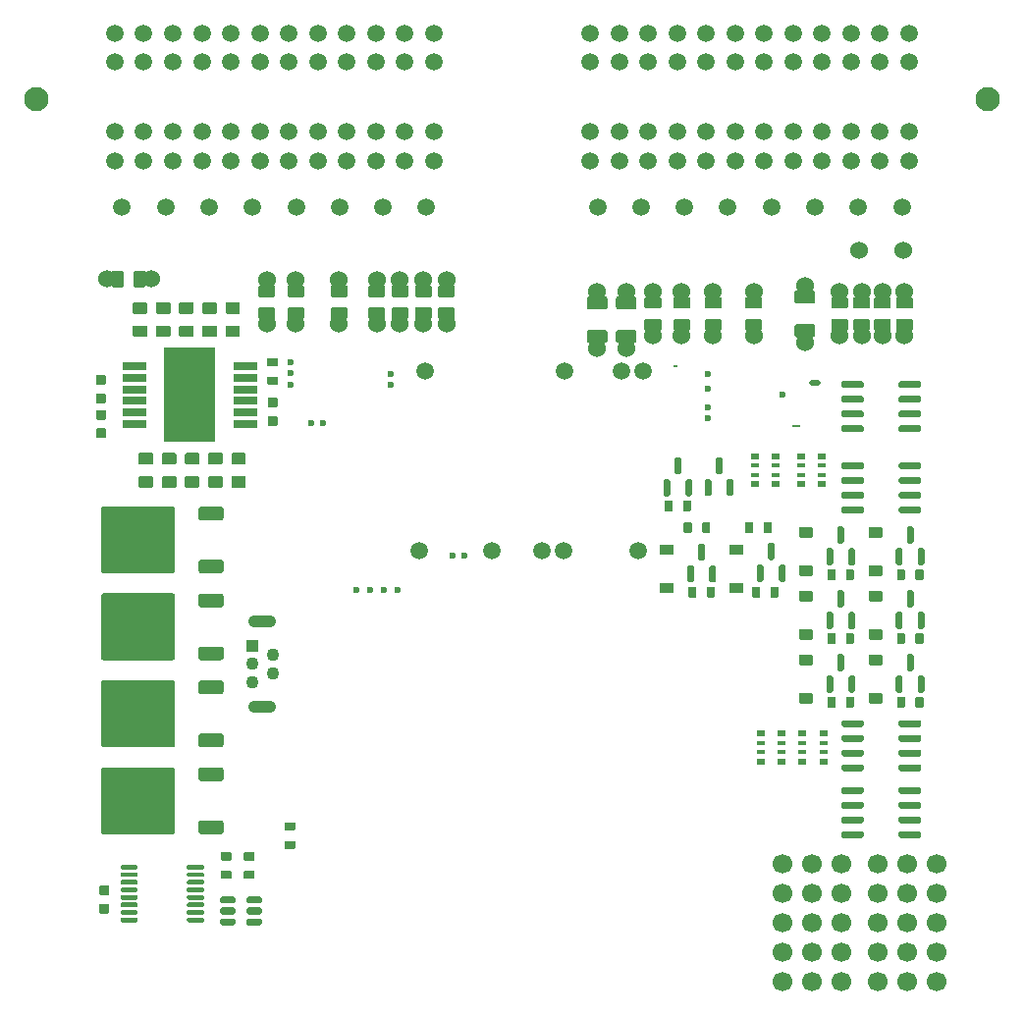
<source format=gts>
G04 #@! TF.GenerationSoftware,KiCad,Pcbnew,7.0.7-7.0.7~ubuntu22.04.1*
G04 #@! TF.CreationDate,2023-09-30T00:36:30+00:00*
G04 #@! TF.ProjectId,hellen-112-17,68656c6c-656e-42d3-9131-322d31372e6b,a*
G04 #@! TF.SameCoordinates,Original*
G04 #@! TF.FileFunction,Soldermask,Top*
G04 #@! TF.FilePolarity,Negative*
%FSLAX46Y46*%
G04 Gerber Fmt 4.6, Leading zero omitted, Abs format (unit mm)*
G04 Created by KiCad (PCBNEW 7.0.7-7.0.7~ubuntu22.04.1) date 2023-09-30 00:36:30*
%MOMM*%
%LPD*%
G01*
G04 APERTURE LIST*
%ADD10R,2.000000X0.650000*%
%ADD11R,4.500000X8.100000*%
%ADD12C,2.100000*%
%ADD13C,1.500000*%
%ADD14C,1.524000*%
%ADD15C,1.700000*%
%ADD16R,0.800000X0.500000*%
%ADD17R,0.800000X0.400000*%
%ADD18R,1.100000X1.100000*%
%ADD19C,1.100000*%
%ADD20O,2.400000X1.100000*%
%ADD21C,0.600000*%
%ADD22O,0.700001X0.200000*%
%ADD23O,1.000001X0.499999*%
%ADD24O,0.499999X0.250000*%
%ADD25C,0.599999*%
G04 APERTURE END LIST*
G04 #@! TO.C,C13*
G36*
G01*
X22160000Y58255001D02*
X22840000Y58255001D01*
G75*
G02*
X22925000Y58170001I0J-85000D01*
G01*
X22925000Y57490001D01*
G75*
G02*
X22840000Y57405001I-85000J0D01*
G01*
X22160000Y57405001D01*
G75*
G02*
X22075000Y57490001I0J85000D01*
G01*
X22075000Y58170001D01*
G75*
G02*
X22160000Y58255001I85000J0D01*
G01*
G37*
G36*
G01*
X22160000Y56674999D02*
X22840000Y56674999D01*
G75*
G02*
X22925000Y56589999I0J-85000D01*
G01*
X22925000Y55909999D01*
G75*
G02*
X22840000Y55824999I-85000J0D01*
G01*
X22160000Y55824999D01*
G75*
G02*
X22075000Y55909999I0J85000D01*
G01*
X22075000Y56589999D01*
G75*
G02*
X22160000Y56674999I85000J0D01*
G01*
G37*
G04 #@! TD*
D10*
G04 #@! TO.C,U1*
X10575000Y61000000D03*
X10575000Y60000000D03*
X10575000Y59000000D03*
X10575000Y58000000D03*
X10575000Y57000000D03*
X10575000Y56000000D03*
X20175000Y56000000D03*
X20175000Y57000000D03*
X20175000Y58000000D03*
X20175000Y59000000D03*
X20175000Y60000000D03*
X20175000Y61000000D03*
D11*
X15375000Y58500000D03*
G04 #@! TD*
D12*
G04 #@! TO.C,J1*
X2154267Y84016479D03*
X84154267Y84016479D03*
D13*
X77404267Y89716479D03*
X74904267Y89716479D03*
X72404267Y89716479D03*
X69904267Y89716479D03*
X67404267Y89716479D03*
X64904267Y89716479D03*
X62404267Y89716479D03*
X59904267Y89716479D03*
X57404267Y89716479D03*
X54904267Y89716479D03*
X52404267Y89716479D03*
X49904267Y89716479D03*
X77404267Y87216479D03*
X74904267Y87216479D03*
X72404267Y87216479D03*
X69904267Y87216479D03*
X67404267Y87216479D03*
X64904267Y87216479D03*
X62404267Y87216479D03*
X59904267Y87216479D03*
X57404267Y87216479D03*
X54904267Y87216479D03*
X52404267Y87216479D03*
X49904267Y87216479D03*
X77404267Y81216479D03*
X74904267Y81216479D03*
X72404267Y81216479D03*
X69904267Y81216479D03*
X67404267Y81216479D03*
X64904267Y81216479D03*
X62404267Y81216479D03*
X59904267Y81216479D03*
X57404267Y81216479D03*
X54904267Y81216479D03*
X52404267Y81216479D03*
X49904267Y81216479D03*
X77404267Y78716479D03*
X74904267Y78716479D03*
X72404267Y78716479D03*
X69904267Y78716479D03*
X67404267Y78716479D03*
X64904267Y78716479D03*
X62404267Y78716479D03*
X59904267Y78716479D03*
X57404267Y78716479D03*
X54904267Y78716479D03*
X52404267Y78716479D03*
X49904267Y78716479D03*
X76779267Y74716479D03*
X73029267Y74716479D03*
X69279267Y74716479D03*
X65529267Y74716479D03*
X61779267Y74716479D03*
X58029267Y74716479D03*
X54279267Y74716479D03*
X50529267Y74716479D03*
X36404267Y89716479D03*
X33904267Y89716479D03*
X31404267Y89716479D03*
X28904267Y89716479D03*
X26404267Y89716479D03*
X23904267Y89716479D03*
X21404267Y89716479D03*
X18904267Y89716479D03*
X16404267Y89716479D03*
X13904267Y89716479D03*
X11404267Y89716479D03*
X8904267Y89716479D03*
X36404267Y87216479D03*
X33904267Y87216479D03*
X31404267Y87216479D03*
X28904267Y87216479D03*
X26404267Y87216479D03*
X23904267Y87216479D03*
X21404267Y87216479D03*
X18904267Y87216479D03*
X16404267Y87216479D03*
X13904267Y87216479D03*
X11404267Y87216479D03*
X8904267Y87216479D03*
X36404267Y81216479D03*
X33904267Y81216479D03*
X31404267Y81216479D03*
X28904267Y81216479D03*
X26404267Y81216479D03*
X23904267Y81216479D03*
X21404267Y81216479D03*
X18904267Y81216479D03*
X16404267Y81216479D03*
X13904267Y81216479D03*
X11404267Y81216479D03*
X8904267Y81216479D03*
X36404267Y78716479D03*
X33904267Y78716479D03*
X31404267Y78716479D03*
X28904267Y78716479D03*
X26404267Y78716479D03*
X23904267Y78716479D03*
X21404267Y78716479D03*
X18904267Y78716479D03*
X16404267Y78716479D03*
X13904267Y78716479D03*
X11404267Y78716479D03*
X8904267Y78716479D03*
X35779267Y74716479D03*
X32029267Y74716479D03*
X28279267Y74716479D03*
X24529267Y74716479D03*
X20779267Y74716479D03*
X17029267Y74716479D03*
X13279267Y74716479D03*
X9529267Y74716479D03*
G04 #@! TD*
D14*
G04 #@! TO.C,R13*
X33500000Y68405000D03*
G36*
G01*
X32875000Y67950001D02*
X34125000Y67950001D01*
G75*
G02*
X34225000Y67850001I0J-100000D01*
G01*
X34225000Y67050001D01*
G75*
G02*
X34125000Y66950001I-100000J0D01*
G01*
X32875000Y66950001D01*
G75*
G02*
X32775000Y67050001I0J100000D01*
G01*
X32775000Y67850001D01*
G75*
G02*
X32875000Y67950001I100000J0D01*
G01*
G37*
G36*
G01*
X32875000Y66049979D02*
X34125000Y66049979D01*
G75*
G02*
X34225000Y65949979I0J-100000D01*
G01*
X34225000Y65149979D01*
G75*
G02*
X34125000Y65049979I-100000J0D01*
G01*
X32875000Y65049979D01*
G75*
G02*
X32775000Y65149979I0J100000D01*
G01*
X32775000Y65949979D01*
G75*
G02*
X32875000Y66049979I100000J0D01*
G01*
G37*
X33500000Y64595000D03*
G04 #@! TD*
G04 #@! TO.C,C4*
G36*
G01*
X18100000Y50500000D02*
X17050000Y50500000D01*
G75*
G02*
X16950000Y50600000I0J100000D01*
G01*
X16950000Y51400000D01*
G75*
G02*
X17050000Y51500000I100000J0D01*
G01*
X18100000Y51500000D01*
G75*
G02*
X18200000Y51400000I0J-100000D01*
G01*
X18200000Y50600000D01*
G75*
G02*
X18100000Y50500000I-100000J0D01*
G01*
G37*
G36*
G01*
X18100000Y52500000D02*
X17050000Y52500000D01*
G75*
G02*
X16950000Y52600000I0J100000D01*
G01*
X16950000Y53400000D01*
G75*
G02*
X17050000Y53500000I100000J0D01*
G01*
X18100000Y53500000D01*
G75*
G02*
X18200000Y53400000I0J-100000D01*
G01*
X18200000Y52600000D01*
G75*
G02*
X18100000Y52500000I-100000J0D01*
G01*
G37*
G04 #@! TD*
D15*
G04 #@! TO.C,G2*
X74692000Y7880000D03*
X74692000Y10420000D03*
X74692000Y12960000D03*
X74692000Y15500000D03*
X74692000Y18040000D03*
X77232000Y7880000D03*
X77232000Y10420000D03*
X77232000Y12960000D03*
X77232000Y15500000D03*
X77232000Y18040000D03*
X79772000Y7880000D03*
X79772000Y10420000D03*
X79772000Y12960000D03*
X79772000Y15500000D03*
X79772000Y18040000D03*
G04 #@! TD*
D14*
G04 #@! TO.C,R11*
X8190000Y68500000D03*
G36*
G01*
X8644999Y67875000D02*
X8644999Y69125000D01*
G75*
G02*
X8744999Y69225000I100000J0D01*
G01*
X9544999Y69225000D01*
G75*
G02*
X9644999Y69125000I0J-100000D01*
G01*
X9644999Y67875000D01*
G75*
G02*
X9544999Y67775000I-100000J0D01*
G01*
X8744999Y67775000D01*
G75*
G02*
X8644999Y67875000I0J100000D01*
G01*
G37*
G36*
G01*
X10545021Y67875000D02*
X10545021Y69125000D01*
G75*
G02*
X10645021Y69225000I100000J0D01*
G01*
X11445021Y69225000D01*
G75*
G02*
X11545021Y69125000I0J-100000D01*
G01*
X11545021Y67875000D01*
G75*
G02*
X11445021Y67775000I-100000J0D01*
G01*
X10645021Y67775000D01*
G75*
G02*
X10545021Y67875000I0J100000D01*
G01*
G37*
X12000000Y68500000D03*
G04 #@! TD*
G04 #@! TO.C,C5*
G36*
G01*
X20100000Y50500000D02*
X19050000Y50500000D01*
G75*
G02*
X18950000Y50600000I0J100000D01*
G01*
X18950000Y51400000D01*
G75*
G02*
X19050000Y51500000I100000J0D01*
G01*
X20100000Y51500000D01*
G75*
G02*
X20200000Y51400000I0J-100000D01*
G01*
X20200000Y50600000D01*
G75*
G02*
X20100000Y50500000I-100000J0D01*
G01*
G37*
G36*
G01*
X20100000Y52500000D02*
X19050000Y52500000D01*
G75*
G02*
X18950000Y52600000I0J100000D01*
G01*
X18950000Y53400000D01*
G75*
G02*
X19050000Y53500000I100000J0D01*
G01*
X20100000Y53500000D01*
G75*
G02*
X20200000Y53400000I0J-100000D01*
G01*
X20200000Y52600000D01*
G75*
G02*
X20100000Y52500000I-100000J0D01*
G01*
G37*
G04 #@! TD*
G04 #@! TO.C,Q10*
G36*
G01*
X58700000Y42325000D02*
X58400000Y42325000D01*
G75*
G02*
X58250000Y42475000I0J150000D01*
G01*
X58250000Y43650000D01*
G75*
G02*
X58400000Y43800000I150000J0D01*
G01*
X58700000Y43800000D01*
G75*
G02*
X58850000Y43650000I0J-150000D01*
G01*
X58850000Y42475000D01*
G75*
G02*
X58700000Y42325000I-150000J0D01*
G01*
G37*
G36*
G01*
X59650000Y44200000D02*
X59350000Y44200000D01*
G75*
G02*
X59200000Y44350000I0J150000D01*
G01*
X59200000Y45525000D01*
G75*
G02*
X59350000Y45675000I150000J0D01*
G01*
X59650000Y45675000D01*
G75*
G02*
X59800000Y45525000I0J-150000D01*
G01*
X59800000Y44350000D01*
G75*
G02*
X59650000Y44200000I-150000J0D01*
G01*
G37*
G36*
G01*
X60600000Y42325000D02*
X60300000Y42325000D01*
G75*
G02*
X60150000Y42475000I0J150000D01*
G01*
X60150000Y43650000D01*
G75*
G02*
X60300000Y43800000I150000J0D01*
G01*
X60600000Y43800000D01*
G75*
G02*
X60750000Y43650000I0J-150000D01*
G01*
X60750000Y42475000D01*
G75*
G02*
X60600000Y42325000I-150000J0D01*
G01*
G37*
G04 #@! TD*
G04 #@! TO.C,R14*
X31500000Y68405000D03*
G36*
G01*
X30875000Y67950001D02*
X32125000Y67950001D01*
G75*
G02*
X32225000Y67850001I0J-100000D01*
G01*
X32225000Y67050001D01*
G75*
G02*
X32125000Y66950001I-100000J0D01*
G01*
X30875000Y66950001D01*
G75*
G02*
X30775000Y67050001I0J100000D01*
G01*
X30775000Y67850001D01*
G75*
G02*
X30875000Y67950001I100000J0D01*
G01*
G37*
G36*
G01*
X30875000Y66049979D02*
X32125000Y66049979D01*
G75*
G02*
X32225000Y65949979I0J-100000D01*
G01*
X32225000Y65149979D01*
G75*
G02*
X32125000Y65049979I-100000J0D01*
G01*
X30875000Y65049979D01*
G75*
G02*
X30775000Y65149979I0J100000D01*
G01*
X30775000Y65949979D01*
G75*
G02*
X30875000Y66049979I100000J0D01*
G01*
G37*
X31500000Y64595000D03*
G04 #@! TD*
G04 #@! TO.C,Q7*
G36*
G01*
X76700000Y38325000D02*
X76400000Y38325000D01*
G75*
G02*
X76250000Y38475000I0J150000D01*
G01*
X76250000Y39650000D01*
G75*
G02*
X76400000Y39800000I150000J0D01*
G01*
X76700000Y39800000D01*
G75*
G02*
X76850000Y39650000I0J-150000D01*
G01*
X76850000Y38475000D01*
G75*
G02*
X76700000Y38325000I-150000J0D01*
G01*
G37*
G36*
G01*
X77650000Y40200000D02*
X77350000Y40200000D01*
G75*
G02*
X77200000Y40350000I0J150000D01*
G01*
X77200000Y41525000D01*
G75*
G02*
X77350000Y41675000I150000J0D01*
G01*
X77650000Y41675000D01*
G75*
G02*
X77800000Y41525000I0J-150000D01*
G01*
X77800000Y40350000D01*
G75*
G02*
X77650000Y40200000I-150000J0D01*
G01*
G37*
G36*
G01*
X78600000Y38325000D02*
X78300000Y38325000D01*
G75*
G02*
X78150000Y38475000I0J150000D01*
G01*
X78150000Y39650000D01*
G75*
G02*
X78300000Y39800000I150000J0D01*
G01*
X78600000Y39800000D01*
G75*
G02*
X78750000Y39650000I0J-150000D01*
G01*
X78750000Y38475000D01*
G75*
G02*
X78600000Y38325000I-150000J0D01*
G01*
G37*
G04 #@! TD*
G04 #@! TO.C,Q9*
G36*
G01*
X64700000Y42387500D02*
X64400000Y42387500D01*
G75*
G02*
X64250000Y42537500I0J150000D01*
G01*
X64250000Y43712500D01*
G75*
G02*
X64400000Y43862500I150000J0D01*
G01*
X64700000Y43862500D01*
G75*
G02*
X64850000Y43712500I0J-150000D01*
G01*
X64850000Y42537500D01*
G75*
G02*
X64700000Y42387500I-150000J0D01*
G01*
G37*
G36*
G01*
X65650000Y44262500D02*
X65350000Y44262500D01*
G75*
G02*
X65200000Y44412500I0J150000D01*
G01*
X65200000Y45587500D01*
G75*
G02*
X65350000Y45737500I150000J0D01*
G01*
X65650000Y45737500D01*
G75*
G02*
X65800000Y45587500I0J-150000D01*
G01*
X65800000Y44412500D01*
G75*
G02*
X65650000Y44262500I-150000J0D01*
G01*
G37*
G36*
G01*
X66600000Y42387500D02*
X66300000Y42387500D01*
G75*
G02*
X66150000Y42537500I0J150000D01*
G01*
X66150000Y43712500D01*
G75*
G02*
X66300000Y43862500I150000J0D01*
G01*
X66600000Y43862500D01*
G75*
G02*
X66750000Y43712500I0J-150000D01*
G01*
X66750000Y42537500D01*
G75*
G02*
X66600000Y42387500I-150000J0D01*
G01*
G37*
G04 #@! TD*
G04 #@! TO.C,C12*
G36*
G01*
X8040000Y54784999D02*
X7360000Y54784999D01*
G75*
G02*
X7275000Y54869999I0J85000D01*
G01*
X7275000Y55549999D01*
G75*
G02*
X7360000Y55634999I85000J0D01*
G01*
X8040000Y55634999D01*
G75*
G02*
X8125000Y55549999I0J-85000D01*
G01*
X8125000Y54869999D01*
G75*
G02*
X8040000Y54784999I-85000J0D01*
G01*
G37*
G36*
G01*
X8040000Y56365001D02*
X7360000Y56365001D01*
G75*
G02*
X7275000Y56450001I0J85000D01*
G01*
X7275000Y57130001D01*
G75*
G02*
X7360000Y57215001I85000J0D01*
G01*
X8040000Y57215001D01*
G75*
G02*
X8125000Y57130001I0J-85000D01*
G01*
X8125000Y56450001D01*
G75*
G02*
X8040000Y56365001I-85000J0D01*
G01*
G37*
G04 #@! TD*
G04 #@! TO.C,U11*
G36*
G01*
X71550000Y52255000D02*
X71550000Y52555000D01*
G75*
G02*
X71700000Y52705000I150000J0D01*
G01*
X73350000Y52705000D01*
G75*
G02*
X73500000Y52555000I0J-150000D01*
G01*
X73500000Y52255000D01*
G75*
G02*
X73350000Y52105000I-150000J0D01*
G01*
X71700000Y52105000D01*
G75*
G02*
X71550000Y52255000I0J150000D01*
G01*
G37*
G36*
G01*
X71550000Y50985000D02*
X71550000Y51285000D01*
G75*
G02*
X71700000Y51435000I150000J0D01*
G01*
X73350000Y51435000D01*
G75*
G02*
X73500000Y51285000I0J-150000D01*
G01*
X73500000Y50985000D01*
G75*
G02*
X73350000Y50835000I-150000J0D01*
G01*
X71700000Y50835000D01*
G75*
G02*
X71550000Y50985000I0J150000D01*
G01*
G37*
G36*
G01*
X71550000Y49715000D02*
X71550000Y50015000D01*
G75*
G02*
X71700000Y50165000I150000J0D01*
G01*
X73350000Y50165000D01*
G75*
G02*
X73500000Y50015000I0J-150000D01*
G01*
X73500000Y49715000D01*
G75*
G02*
X73350000Y49565000I-150000J0D01*
G01*
X71700000Y49565000D01*
G75*
G02*
X71550000Y49715000I0J150000D01*
G01*
G37*
G36*
G01*
X71550000Y48445000D02*
X71550000Y48745000D01*
G75*
G02*
X71700000Y48895000I150000J0D01*
G01*
X73350000Y48895000D01*
G75*
G02*
X73500000Y48745000I0J-150000D01*
G01*
X73500000Y48445000D01*
G75*
G02*
X73350000Y48295000I-150000J0D01*
G01*
X71700000Y48295000D01*
G75*
G02*
X71550000Y48445000I0J150000D01*
G01*
G37*
G36*
G01*
X76500000Y48445000D02*
X76500000Y48745000D01*
G75*
G02*
X76650000Y48895000I150000J0D01*
G01*
X78300000Y48895000D01*
G75*
G02*
X78450000Y48745000I0J-150000D01*
G01*
X78450000Y48445000D01*
G75*
G02*
X78300000Y48295000I-150000J0D01*
G01*
X76650000Y48295000D01*
G75*
G02*
X76500000Y48445000I0J150000D01*
G01*
G37*
G36*
G01*
X76500000Y49715000D02*
X76500000Y50015000D01*
G75*
G02*
X76650000Y50165000I150000J0D01*
G01*
X78300000Y50165000D01*
G75*
G02*
X78450000Y50015000I0J-150000D01*
G01*
X78450000Y49715000D01*
G75*
G02*
X78300000Y49565000I-150000J0D01*
G01*
X76650000Y49565000D01*
G75*
G02*
X76500000Y49715000I0J150000D01*
G01*
G37*
G36*
G01*
X76500000Y50985000D02*
X76500000Y51285000D01*
G75*
G02*
X76650000Y51435000I150000J0D01*
G01*
X78300000Y51435000D01*
G75*
G02*
X78450000Y51285000I0J-150000D01*
G01*
X78450000Y50985000D01*
G75*
G02*
X78300000Y50835000I-150000J0D01*
G01*
X76650000Y50835000D01*
G75*
G02*
X76500000Y50985000I0J150000D01*
G01*
G37*
G36*
G01*
X76500000Y52255000D02*
X76500000Y52555000D01*
G75*
G02*
X76650000Y52705000I150000J0D01*
G01*
X78300000Y52705000D01*
G75*
G02*
X78450000Y52555000I0J-150000D01*
G01*
X78450000Y52255000D01*
G75*
G02*
X78300000Y52105000I-150000J0D01*
G01*
X76650000Y52105000D01*
G75*
G02*
X76500000Y52255000I0J150000D01*
G01*
G37*
G04 #@! TD*
G04 #@! TO.C,R38*
G36*
G01*
X58350000Y41110000D02*
X58350000Y41890000D01*
G75*
G02*
X58420000Y41960000I70000J0D01*
G01*
X58980000Y41960000D01*
G75*
G02*
X59050000Y41890000I0J-70000D01*
G01*
X59050000Y41110000D01*
G75*
G02*
X58980000Y41040000I-70000J0D01*
G01*
X58420000Y41040000D01*
G75*
G02*
X58350000Y41110000I0J70000D01*
G01*
G37*
G36*
G01*
X59950000Y41110000D02*
X59950000Y41890000D01*
G75*
G02*
X60020000Y41960000I70000J0D01*
G01*
X60580000Y41960000D01*
G75*
G02*
X60650000Y41890000I0J-70000D01*
G01*
X60650000Y41110000D01*
G75*
G02*
X60580000Y41040000I-70000J0D01*
G01*
X60020000Y41040000D01*
G75*
G02*
X59950000Y41110000I0J70000D01*
G01*
G37*
G04 #@! TD*
G04 #@! TO.C,R40*
G36*
G01*
X76350000Y31610000D02*
X76350000Y32390000D01*
G75*
G02*
X76420000Y32460000I70000J0D01*
G01*
X76980000Y32460000D01*
G75*
G02*
X77050000Y32390000I0J-70000D01*
G01*
X77050000Y31610000D01*
G75*
G02*
X76980000Y31540000I-70000J0D01*
G01*
X76420000Y31540000D01*
G75*
G02*
X76350000Y31610000I0J70000D01*
G01*
G37*
G36*
G01*
X77950000Y31610000D02*
X77950000Y32390000D01*
G75*
G02*
X78020000Y32460000I70000J0D01*
G01*
X78580000Y32460000D01*
G75*
G02*
X78650000Y32390000I0J-70000D01*
G01*
X78650000Y31610000D01*
G75*
G02*
X78580000Y31540000I-70000J0D01*
G01*
X78020000Y31540000D01*
G75*
G02*
X77950000Y31610000I0J70000D01*
G01*
G37*
G04 #@! TD*
G04 #@! TO.C,Q8*
G36*
G01*
X56650000Y49762500D02*
X56350000Y49762500D01*
G75*
G02*
X56200000Y49912500I0J150000D01*
G01*
X56200000Y51087500D01*
G75*
G02*
X56350000Y51237500I150000J0D01*
G01*
X56650000Y51237500D01*
G75*
G02*
X56800000Y51087500I0J-150000D01*
G01*
X56800000Y49912500D01*
G75*
G02*
X56650000Y49762500I-150000J0D01*
G01*
G37*
G36*
G01*
X57600000Y51637500D02*
X57300000Y51637500D01*
G75*
G02*
X57150000Y51787500I0J150000D01*
G01*
X57150000Y52962500D01*
G75*
G02*
X57300000Y53112500I150000J0D01*
G01*
X57600000Y53112500D01*
G75*
G02*
X57750000Y52962500I0J-150000D01*
G01*
X57750000Y51787500D01*
G75*
G02*
X57600000Y51637500I-150000J0D01*
G01*
G37*
G36*
G01*
X58550000Y49762500D02*
X58250000Y49762500D01*
G75*
G02*
X58100000Y49912500I0J150000D01*
G01*
X58100000Y51087500D01*
G75*
G02*
X58250000Y51237500I150000J0D01*
G01*
X58550000Y51237500D01*
G75*
G02*
X58700000Y51087500I0J-150000D01*
G01*
X58700000Y49912500D01*
G75*
G02*
X58550000Y49762500I-150000J0D01*
G01*
G37*
G04 #@! TD*
G04 #@! TO.C,R12*
X22000000Y68405000D03*
G36*
G01*
X21375000Y67950001D02*
X22625000Y67950001D01*
G75*
G02*
X22725000Y67850001I0J-100000D01*
G01*
X22725000Y67050001D01*
G75*
G02*
X22625000Y66950001I-100000J0D01*
G01*
X21375000Y66950001D01*
G75*
G02*
X21275000Y67050001I0J100000D01*
G01*
X21275000Y67850001D01*
G75*
G02*
X21375000Y67950001I100000J0D01*
G01*
G37*
G36*
G01*
X21375000Y66049979D02*
X22625000Y66049979D01*
G75*
G02*
X22725000Y65949979I0J-100000D01*
G01*
X22725000Y65149979D01*
G75*
G02*
X22625000Y65049979I-100000J0D01*
G01*
X21375000Y65049979D01*
G75*
G02*
X21275000Y65149979I0J100000D01*
G01*
X21275000Y65949979D01*
G75*
G02*
X21375000Y66049979I100000J0D01*
G01*
G37*
X22000000Y64595000D03*
G04 #@! TD*
G04 #@! TO.C,F2*
X53000000Y67450000D03*
G36*
G01*
X52100000Y66105010D02*
X52100000Y66795010D01*
G75*
G02*
X52330000Y67025010I230000J0D01*
G01*
X53670000Y67025010D01*
G75*
G02*
X53900000Y66795010I0J-230000D01*
G01*
X53900000Y66105010D01*
G75*
G02*
X53670000Y65875010I-230000J0D01*
G01*
X52330000Y65875010D01*
G75*
G02*
X52100000Y66105010I0J230000D01*
G01*
G37*
G36*
G01*
X52100000Y63204990D02*
X52100000Y63894990D01*
G75*
G02*
X52330000Y64124990I230000J0D01*
G01*
X53670000Y64124990D01*
G75*
G02*
X53900000Y63894990I0J-230000D01*
G01*
X53900000Y63204990D01*
G75*
G02*
X53670000Y62974990I-230000J0D01*
G01*
X52330000Y62974990D01*
G75*
G02*
X52100000Y63204990I0J230000D01*
G01*
G37*
X53000000Y62550000D03*
G04 #@! TD*
G04 #@! TO.C,R33*
G36*
G01*
X76350000Y42610000D02*
X76350000Y43390000D01*
G75*
G02*
X76420000Y43460000I70000J0D01*
G01*
X76980000Y43460000D01*
G75*
G02*
X77050000Y43390000I0J-70000D01*
G01*
X77050000Y42610000D01*
G75*
G02*
X76980000Y42540000I-70000J0D01*
G01*
X76420000Y42540000D01*
G75*
G02*
X76350000Y42610000I0J70000D01*
G01*
G37*
G36*
G01*
X77950000Y42610000D02*
X77950000Y43390000D01*
G75*
G02*
X78020000Y43460000I70000J0D01*
G01*
X78580000Y43460000D01*
G75*
G02*
X78650000Y43390000I0J-70000D01*
G01*
X78650000Y42610000D01*
G75*
G02*
X78580000Y42540000I-70000J0D01*
G01*
X78020000Y42540000D01*
G75*
G02*
X77950000Y42610000I0J70000D01*
G01*
G37*
G04 #@! TD*
G04 #@! TO.C,R41*
G36*
G01*
X70350000Y31610000D02*
X70350000Y32390000D01*
G75*
G02*
X70420000Y32460000I70000J0D01*
G01*
X70980000Y32460000D01*
G75*
G02*
X71050000Y32390000I0J-70000D01*
G01*
X71050000Y31610000D01*
G75*
G02*
X70980000Y31540000I-70000J0D01*
G01*
X70420000Y31540000D01*
G75*
G02*
X70350000Y31610000I0J70000D01*
G01*
G37*
G36*
G01*
X71950000Y31610000D02*
X71950000Y32390000D01*
G75*
G02*
X72020000Y32460000I70000J0D01*
G01*
X72580000Y32460000D01*
G75*
G02*
X72650000Y32390000I0J-70000D01*
G01*
X72650000Y31610000D01*
G75*
G02*
X72580000Y31540000I-70000J0D01*
G01*
X72020000Y31540000D01*
G75*
G02*
X71950000Y31610000I0J70000D01*
G01*
G37*
G04 #@! TD*
G04 #@! TO.C,R15*
X28250000Y68405000D03*
G36*
G01*
X27625000Y67950001D02*
X28875000Y67950001D01*
G75*
G02*
X28975000Y67850001I0J-100000D01*
G01*
X28975000Y67050001D01*
G75*
G02*
X28875000Y66950001I-100000J0D01*
G01*
X27625000Y66950001D01*
G75*
G02*
X27525000Y67050001I0J100000D01*
G01*
X27525000Y67850001D01*
G75*
G02*
X27625000Y67950001I100000J0D01*
G01*
G37*
G36*
G01*
X27625000Y66049979D02*
X28875000Y66049979D01*
G75*
G02*
X28975000Y65949979I0J-100000D01*
G01*
X28975000Y65149979D01*
G75*
G02*
X28875000Y65049979I-100000J0D01*
G01*
X27625000Y65049979D01*
G75*
G02*
X27525000Y65149979I0J100000D01*
G01*
X27525000Y65949979D01*
G75*
G02*
X27625000Y66049979I100000J0D01*
G01*
G37*
X28250000Y64595000D03*
G04 #@! TD*
G04 #@! TO.C,C14*
G36*
G01*
X7660000Y16215001D02*
X8340000Y16215001D01*
G75*
G02*
X8425000Y16130001I0J-85000D01*
G01*
X8425000Y15450001D01*
G75*
G02*
X8340000Y15365001I-85000J0D01*
G01*
X7660000Y15365001D01*
G75*
G02*
X7575000Y15450001I0J85000D01*
G01*
X7575000Y16130001D01*
G75*
G02*
X7660000Y16215001I85000J0D01*
G01*
G37*
G36*
G01*
X7660000Y14634999D02*
X8340000Y14634999D01*
G75*
G02*
X8425000Y14549999I0J-85000D01*
G01*
X8425000Y13869999D01*
G75*
G02*
X8340000Y13784999I-85000J0D01*
G01*
X7660000Y13784999D01*
G75*
G02*
X7575000Y13869999I0J85000D01*
G01*
X7575000Y14549999D01*
G75*
G02*
X7660000Y14634999I85000J0D01*
G01*
G37*
G04 #@! TD*
G04 #@! TO.C,F1*
X68400000Y67950000D03*
G36*
G01*
X67500000Y66605010D02*
X67500000Y67295010D01*
G75*
G02*
X67730000Y67525010I230000J0D01*
G01*
X69070000Y67525010D01*
G75*
G02*
X69300000Y67295010I0J-230000D01*
G01*
X69300000Y66605010D01*
G75*
G02*
X69070000Y66375010I-230000J0D01*
G01*
X67730000Y66375010D01*
G75*
G02*
X67500000Y66605010I0J230000D01*
G01*
G37*
G36*
G01*
X67500000Y63704990D02*
X67500000Y64394990D01*
G75*
G02*
X67730000Y64624990I230000J0D01*
G01*
X69070000Y64624990D01*
G75*
G02*
X69300000Y64394990I0J-230000D01*
G01*
X69300000Y63704990D01*
G75*
G02*
X69070000Y63474990I-230000J0D01*
G01*
X67730000Y63474990D01*
G75*
G02*
X67500000Y63704990I0J230000D01*
G01*
G37*
X68400000Y63050000D03*
G04 #@! TD*
D16*
G04 #@! TO.C,R45*
X70000000Y26900000D03*
D17*
X70000000Y27700000D03*
X70000000Y28500000D03*
D16*
X70000000Y29300000D03*
X68200000Y29300000D03*
D17*
X68200000Y28500000D03*
X68200000Y27700000D03*
D16*
X68200000Y26900000D03*
G04 #@! TD*
G04 #@! TO.C,U5*
G36*
G01*
X71550000Y24255000D02*
X71550000Y24555000D01*
G75*
G02*
X71700000Y24705000I150000J0D01*
G01*
X73350000Y24705000D01*
G75*
G02*
X73500000Y24555000I0J-150000D01*
G01*
X73500000Y24255000D01*
G75*
G02*
X73350000Y24105000I-150000J0D01*
G01*
X71700000Y24105000D01*
G75*
G02*
X71550000Y24255000I0J150000D01*
G01*
G37*
G36*
G01*
X71550000Y22985000D02*
X71550000Y23285000D01*
G75*
G02*
X71700000Y23435000I150000J0D01*
G01*
X73350000Y23435000D01*
G75*
G02*
X73500000Y23285000I0J-150000D01*
G01*
X73500000Y22985000D01*
G75*
G02*
X73350000Y22835000I-150000J0D01*
G01*
X71700000Y22835000D01*
G75*
G02*
X71550000Y22985000I0J150000D01*
G01*
G37*
G36*
G01*
X71550000Y21715000D02*
X71550000Y22015000D01*
G75*
G02*
X71700000Y22165000I150000J0D01*
G01*
X73350000Y22165000D01*
G75*
G02*
X73500000Y22015000I0J-150000D01*
G01*
X73500000Y21715000D01*
G75*
G02*
X73350000Y21565000I-150000J0D01*
G01*
X71700000Y21565000D01*
G75*
G02*
X71550000Y21715000I0J150000D01*
G01*
G37*
G36*
G01*
X71550000Y20445000D02*
X71550000Y20745000D01*
G75*
G02*
X71700000Y20895000I150000J0D01*
G01*
X73350000Y20895000D01*
G75*
G02*
X73500000Y20745000I0J-150000D01*
G01*
X73500000Y20445000D01*
G75*
G02*
X73350000Y20295000I-150000J0D01*
G01*
X71700000Y20295000D01*
G75*
G02*
X71550000Y20445000I0J150000D01*
G01*
G37*
G36*
G01*
X76500000Y20445000D02*
X76500000Y20745000D01*
G75*
G02*
X76650000Y20895000I150000J0D01*
G01*
X78300000Y20895000D01*
G75*
G02*
X78450000Y20745000I0J-150000D01*
G01*
X78450000Y20445000D01*
G75*
G02*
X78300000Y20295000I-150000J0D01*
G01*
X76650000Y20295000D01*
G75*
G02*
X76500000Y20445000I0J150000D01*
G01*
G37*
G36*
G01*
X76500000Y21715000D02*
X76500000Y22015000D01*
G75*
G02*
X76650000Y22165000I150000J0D01*
G01*
X78300000Y22165000D01*
G75*
G02*
X78450000Y22015000I0J-150000D01*
G01*
X78450000Y21715000D01*
G75*
G02*
X78300000Y21565000I-150000J0D01*
G01*
X76650000Y21565000D01*
G75*
G02*
X76500000Y21715000I0J150000D01*
G01*
G37*
G36*
G01*
X76500000Y22985000D02*
X76500000Y23285000D01*
G75*
G02*
X76650000Y23435000I150000J0D01*
G01*
X78300000Y23435000D01*
G75*
G02*
X78450000Y23285000I0J-150000D01*
G01*
X78450000Y22985000D01*
G75*
G02*
X78300000Y22835000I-150000J0D01*
G01*
X76650000Y22835000D01*
G75*
G02*
X76500000Y22985000I0J150000D01*
G01*
G37*
G36*
G01*
X76500000Y24255000D02*
X76500000Y24555000D01*
G75*
G02*
X76650000Y24705000I150000J0D01*
G01*
X78300000Y24705000D01*
G75*
G02*
X78450000Y24555000I0J-150000D01*
G01*
X78450000Y24255000D01*
G75*
G02*
X78300000Y24105000I-150000J0D01*
G01*
X76650000Y24105000D01*
G75*
G02*
X76500000Y24255000I0J150000D01*
G01*
G37*
G04 #@! TD*
G04 #@! TO.C,Q12*
G36*
G01*
X76700000Y32825000D02*
X76400000Y32825000D01*
G75*
G02*
X76250000Y32975000I0J150000D01*
G01*
X76250000Y34150000D01*
G75*
G02*
X76400000Y34300000I150000J0D01*
G01*
X76700000Y34300000D01*
G75*
G02*
X76850000Y34150000I0J-150000D01*
G01*
X76850000Y32975000D01*
G75*
G02*
X76700000Y32825000I-150000J0D01*
G01*
G37*
G36*
G01*
X77650000Y34700000D02*
X77350000Y34700000D01*
G75*
G02*
X77200000Y34850000I0J150000D01*
G01*
X77200000Y36025000D01*
G75*
G02*
X77350000Y36175000I150000J0D01*
G01*
X77650000Y36175000D01*
G75*
G02*
X77800000Y36025000I0J-150000D01*
G01*
X77800000Y34850000D01*
G75*
G02*
X77650000Y34700000I-150000J0D01*
G01*
G37*
G36*
G01*
X78600000Y32825000D02*
X78300000Y32825000D01*
G75*
G02*
X78150000Y32975000I0J150000D01*
G01*
X78150000Y34150000D01*
G75*
G02*
X78300000Y34300000I150000J0D01*
G01*
X78600000Y34300000D01*
G75*
G02*
X78750000Y34150000I0J-150000D01*
G01*
X78750000Y32975000D01*
G75*
G02*
X78600000Y32825000I-150000J0D01*
G01*
G37*
G04 #@! TD*
G04 #@! TO.C,Q11*
G36*
G01*
X70700000Y43825000D02*
X70400000Y43825000D01*
G75*
G02*
X70250000Y43975000I0J150000D01*
G01*
X70250000Y45150000D01*
G75*
G02*
X70400000Y45300000I150000J0D01*
G01*
X70700000Y45300000D01*
G75*
G02*
X70850000Y45150000I0J-150000D01*
G01*
X70850000Y43975000D01*
G75*
G02*
X70700000Y43825000I-150000J0D01*
G01*
G37*
G36*
G01*
X71650000Y45700000D02*
X71350000Y45700000D01*
G75*
G02*
X71200000Y45850000I0J150000D01*
G01*
X71200000Y47025000D01*
G75*
G02*
X71350000Y47175000I150000J0D01*
G01*
X71650000Y47175000D01*
G75*
G02*
X71800000Y47025000I0J-150000D01*
G01*
X71800000Y45850000D01*
G75*
G02*
X71650000Y45700000I-150000J0D01*
G01*
G37*
G36*
G01*
X72600000Y43825000D02*
X72300000Y43825000D01*
G75*
G02*
X72150000Y43975000I0J150000D01*
G01*
X72150000Y45150000D01*
G75*
G02*
X72300000Y45300000I150000J0D01*
G01*
X72600000Y45300000D01*
G75*
G02*
X72750000Y45150000I0J-150000D01*
G01*
X72750000Y43975000D01*
G75*
G02*
X72600000Y43825000I-150000J0D01*
G01*
G37*
G04 #@! TD*
G04 #@! TO.C,Q5*
G36*
G01*
X76700000Y43825000D02*
X76400000Y43825000D01*
G75*
G02*
X76250000Y43975000I0J150000D01*
G01*
X76250000Y45150000D01*
G75*
G02*
X76400000Y45300000I150000J0D01*
G01*
X76700000Y45300000D01*
G75*
G02*
X76850000Y45150000I0J-150000D01*
G01*
X76850000Y43975000D01*
G75*
G02*
X76700000Y43825000I-150000J0D01*
G01*
G37*
G36*
G01*
X77650000Y45700000D02*
X77350000Y45700000D01*
G75*
G02*
X77200000Y45850000I0J150000D01*
G01*
X77200000Y47025000D01*
G75*
G02*
X77350000Y47175000I150000J0D01*
G01*
X77650000Y47175000D01*
G75*
G02*
X77800000Y47025000I0J-150000D01*
G01*
X77800000Y45850000D01*
G75*
G02*
X77650000Y45700000I-150000J0D01*
G01*
G37*
G36*
G01*
X78600000Y43825000D02*
X78300000Y43825000D01*
G75*
G02*
X78150000Y43975000I0J150000D01*
G01*
X78150000Y45150000D01*
G75*
G02*
X78300000Y45300000I150000J0D01*
G01*
X78600000Y45300000D01*
G75*
G02*
X78750000Y45150000I0J-150000D01*
G01*
X78750000Y43975000D01*
G75*
G02*
X78600000Y43825000I-150000J0D01*
G01*
G37*
G04 #@! TD*
G04 #@! TO.C,C11*
G36*
G01*
X7360000Y60215001D02*
X8040000Y60215001D01*
G75*
G02*
X8125000Y60130001I0J-85000D01*
G01*
X8125000Y59450001D01*
G75*
G02*
X8040000Y59365001I-85000J0D01*
G01*
X7360000Y59365001D01*
G75*
G02*
X7275000Y59450001I0J85000D01*
G01*
X7275000Y60130001D01*
G75*
G02*
X7360000Y60215001I85000J0D01*
G01*
G37*
G36*
G01*
X7360000Y58634999D02*
X8040000Y58634999D01*
G75*
G02*
X8125000Y58549999I0J-85000D01*
G01*
X8125000Y57869999D01*
G75*
G02*
X8040000Y57784999I-85000J0D01*
G01*
X7360000Y57784999D01*
G75*
G02*
X7275000Y57869999I0J85000D01*
G01*
X7275000Y58549999D01*
G75*
G02*
X7360000Y58634999I85000J0D01*
G01*
G37*
G04 #@! TD*
G04 #@! TO.C,D5*
G36*
G01*
X63010000Y41400000D02*
X61990000Y41400000D01*
G75*
G02*
X61900000Y41490000I0J90000D01*
G01*
X61900000Y42210000D01*
G75*
G02*
X61990000Y42300000I90000J0D01*
G01*
X63010000Y42300000D01*
G75*
G02*
X63100000Y42210000I0J-90000D01*
G01*
X63100000Y41490000D01*
G75*
G02*
X63010000Y41400000I-90000J0D01*
G01*
G37*
G36*
G01*
X63010000Y44700000D02*
X61990000Y44700000D01*
G75*
G02*
X61900000Y44790000I0J90000D01*
G01*
X61900000Y45510000D01*
G75*
G02*
X61990000Y45600000I90000J0D01*
G01*
X63010000Y45600000D01*
G75*
G02*
X63100000Y45510000I0J-90000D01*
G01*
X63100000Y44790000D01*
G75*
G02*
X63010000Y44700000I-90000J0D01*
G01*
G37*
G04 #@! TD*
G04 #@! TO.C,Q2*
G36*
G01*
X18300000Y29070000D02*
X18300000Y28370000D01*
G75*
G02*
X18050000Y28120000I-250000J0D01*
G01*
X16350000Y28120000D01*
G75*
G02*
X16100000Y28370000I0J250000D01*
G01*
X16100000Y29070000D01*
G75*
G02*
X16350000Y29320000I250000J0D01*
G01*
X18050000Y29320000D01*
G75*
G02*
X18300000Y29070000I0J-250000D01*
G01*
G37*
G36*
G01*
X14100000Y33650003D02*
X14100000Y28349997D01*
G75*
G02*
X13850003Y28100000I-249997J0D01*
G01*
X7949997Y28100000D01*
G75*
G02*
X7700000Y28349997I0J249997D01*
G01*
X7700000Y33650003D01*
G75*
G02*
X7949997Y33900000I249997J0D01*
G01*
X13850003Y33900000D01*
G75*
G02*
X14100000Y33650003I0J-249997D01*
G01*
G37*
G36*
G01*
X18300000Y33630000D02*
X18300000Y32930000D01*
G75*
G02*
X18050000Y32680000I-250000J0D01*
G01*
X16350000Y32680000D01*
G75*
G02*
X16100000Y32930000I0J250000D01*
G01*
X16100000Y33630000D01*
G75*
G02*
X16350000Y33880000I250000J0D01*
G01*
X18050000Y33880000D01*
G75*
G02*
X18300000Y33630000I0J-250000D01*
G01*
G37*
G04 #@! TD*
G04 #@! TO.C,R20*
G36*
G01*
X18890000Y16762500D02*
X18110000Y16762500D01*
G75*
G02*
X18040000Y16832500I0J70000D01*
G01*
X18040000Y17392500D01*
G75*
G02*
X18110000Y17462500I70000J0D01*
G01*
X18890000Y17462500D01*
G75*
G02*
X18960000Y17392500I0J-70000D01*
G01*
X18960000Y16832500D01*
G75*
G02*
X18890000Y16762500I-70000J0D01*
G01*
G37*
G36*
G01*
X18890000Y18362500D02*
X18110000Y18362500D01*
G75*
G02*
X18040000Y18432500I0J70000D01*
G01*
X18040000Y18992500D01*
G75*
G02*
X18110000Y19062500I70000J0D01*
G01*
X18890000Y19062500D01*
G75*
G02*
X18960000Y18992500I0J-70000D01*
G01*
X18960000Y18432500D01*
G75*
G02*
X18890000Y18362500I-70000J0D01*
G01*
G37*
G04 #@! TD*
G04 #@! TO.C,R39*
G36*
G01*
X70350000Y42610000D02*
X70350000Y43390000D01*
G75*
G02*
X70420000Y43460000I70000J0D01*
G01*
X70980000Y43460000D01*
G75*
G02*
X71050000Y43390000I0J-70000D01*
G01*
X71050000Y42610000D01*
G75*
G02*
X70980000Y42540000I-70000J0D01*
G01*
X70420000Y42540000D01*
G75*
G02*
X70350000Y42610000I0J70000D01*
G01*
G37*
G36*
G01*
X71950000Y42610000D02*
X71950000Y43390000D01*
G75*
G02*
X72020000Y43460000I70000J0D01*
G01*
X72580000Y43460000D01*
G75*
G02*
X72650000Y43390000I0J-70000D01*
G01*
X72650000Y42610000D01*
G75*
G02*
X72580000Y42540000I-70000J0D01*
G01*
X72020000Y42540000D01*
G75*
G02*
X71950000Y42610000I0J70000D01*
G01*
G37*
G04 #@! TD*
G04 #@! TO.C,R36*
G36*
G01*
X56300000Y48547500D02*
X56300000Y49327500D01*
G75*
G02*
X56370000Y49397500I70000J0D01*
G01*
X56930000Y49397500D01*
G75*
G02*
X57000000Y49327500I0J-70000D01*
G01*
X57000000Y48547500D01*
G75*
G02*
X56930000Y48477500I-70000J0D01*
G01*
X56370000Y48477500D01*
G75*
G02*
X56300000Y48547500I0J70000D01*
G01*
G37*
G36*
G01*
X57900000Y48547500D02*
X57900000Y49327500D01*
G75*
G02*
X57970000Y49397500I70000J0D01*
G01*
X58530000Y49397500D01*
G75*
G02*
X58600000Y49327500I0J-70000D01*
G01*
X58600000Y48547500D01*
G75*
G02*
X58530000Y48477500I-70000J0D01*
G01*
X57970000Y48477500D01*
G75*
G02*
X57900000Y48547500I0J70000D01*
G01*
G37*
G04 #@! TD*
G04 #@! TO.C,R44*
X64600000Y29300000D03*
D17*
X64600000Y28500000D03*
X64600000Y27700000D03*
D16*
X64600000Y26900000D03*
X66400000Y26900000D03*
D17*
X66400000Y27700000D03*
X66400000Y28500000D03*
D16*
X66400000Y29300000D03*
G04 #@! TD*
G04 #@! TO.C,Q13*
G36*
G01*
X70700000Y32825000D02*
X70400000Y32825000D01*
G75*
G02*
X70250000Y32975000I0J150000D01*
G01*
X70250000Y34150000D01*
G75*
G02*
X70400000Y34300000I150000J0D01*
G01*
X70700000Y34300000D01*
G75*
G02*
X70850000Y34150000I0J-150000D01*
G01*
X70850000Y32975000D01*
G75*
G02*
X70700000Y32825000I-150000J0D01*
G01*
G37*
G36*
G01*
X71650000Y34700000D02*
X71350000Y34700000D01*
G75*
G02*
X71200000Y34850000I0J150000D01*
G01*
X71200000Y36025000D01*
G75*
G02*
X71350000Y36175000I150000J0D01*
G01*
X71650000Y36175000D01*
G75*
G02*
X71800000Y36025000I0J-150000D01*
G01*
X71800000Y34850000D01*
G75*
G02*
X71650000Y34700000I-150000J0D01*
G01*
G37*
G36*
G01*
X72600000Y32825000D02*
X72300000Y32825000D01*
G75*
G02*
X72150000Y32975000I0J150000D01*
G01*
X72150000Y34150000D01*
G75*
G02*
X72300000Y34300000I150000J0D01*
G01*
X72600000Y34300000D01*
G75*
G02*
X72750000Y34150000I0J-150000D01*
G01*
X72750000Y32975000D01*
G75*
G02*
X72600000Y32825000I-150000J0D01*
G01*
G37*
G04 #@! TD*
D14*
G04 #@! TO.C,F3*
X50500000Y67450000D03*
G36*
G01*
X49600000Y66105010D02*
X49600000Y66795010D01*
G75*
G02*
X49830000Y67025010I230000J0D01*
G01*
X51170000Y67025010D01*
G75*
G02*
X51400000Y66795010I0J-230000D01*
G01*
X51400000Y66105010D01*
G75*
G02*
X51170000Y65875010I-230000J0D01*
G01*
X49830000Y65875010D01*
G75*
G02*
X49600000Y66105010I0J230000D01*
G01*
G37*
G36*
G01*
X49600000Y63204990D02*
X49600000Y63894990D01*
G75*
G02*
X49830000Y64124990I230000J0D01*
G01*
X51170000Y64124990D01*
G75*
G02*
X51400000Y63894990I0J-230000D01*
G01*
X51400000Y63204990D01*
G75*
G02*
X51170000Y62974990I-230000J0D01*
G01*
X49830000Y62974990D01*
G75*
G02*
X49600000Y63204990I0J230000D01*
G01*
G37*
X50500000Y62550000D03*
G04 #@! TD*
G04 #@! TO.C,R37*
G36*
G01*
X63850000Y41110000D02*
X63850000Y41890000D01*
G75*
G02*
X63920000Y41960000I70000J0D01*
G01*
X64480000Y41960000D01*
G75*
G02*
X64550000Y41890000I0J-70000D01*
G01*
X64550000Y41110000D01*
G75*
G02*
X64480000Y41040000I-70000J0D01*
G01*
X63920000Y41040000D01*
G75*
G02*
X63850000Y41110000I0J70000D01*
G01*
G37*
G36*
G01*
X65450000Y41110000D02*
X65450000Y41890000D01*
G75*
G02*
X65520000Y41960000I70000J0D01*
G01*
X66080000Y41960000D01*
G75*
G02*
X66150000Y41890000I0J-70000D01*
G01*
X66150000Y41110000D01*
G75*
G02*
X66080000Y41040000I-70000J0D01*
G01*
X65520000Y41040000D01*
G75*
G02*
X65450000Y41110000I0J70000D01*
G01*
G37*
G04 #@! TD*
G04 #@! TO.C,R1*
X64000000Y67405000D03*
G36*
G01*
X63375000Y66950001D02*
X64625000Y66950001D01*
G75*
G02*
X64725000Y66850001I0J-100000D01*
G01*
X64725000Y66050001D01*
G75*
G02*
X64625000Y65950001I-100000J0D01*
G01*
X63375000Y65950001D01*
G75*
G02*
X63275000Y66050001I0J100000D01*
G01*
X63275000Y66850001D01*
G75*
G02*
X63375000Y66950001I100000J0D01*
G01*
G37*
G36*
G01*
X63375000Y65049979D02*
X64625000Y65049979D01*
G75*
G02*
X64725000Y64949979I0J-100000D01*
G01*
X64725000Y64149979D01*
G75*
G02*
X64625000Y64049979I-100000J0D01*
G01*
X63375000Y64049979D01*
G75*
G02*
X63275000Y64149979I0J100000D01*
G01*
X63275000Y64949979D01*
G75*
G02*
X63375000Y65049979I100000J0D01*
G01*
G37*
X64000000Y63595000D03*
G04 #@! TD*
D15*
G04 #@! TO.C,G1*
X66460000Y7880000D03*
X66460000Y10420000D03*
X66460000Y12960000D03*
X66460000Y15500000D03*
X66460000Y18040000D03*
X69000000Y7880000D03*
X69000000Y10420000D03*
X69000000Y12960000D03*
X69000000Y15500000D03*
X69000000Y18040000D03*
X71540000Y7880000D03*
X71540000Y10420000D03*
X71540000Y12960000D03*
X71540000Y15500000D03*
X71540000Y18040000D03*
G04 #@! TD*
G04 #@! TO.C,D8*
G36*
G01*
X75010000Y31900000D02*
X73990000Y31900000D01*
G75*
G02*
X73900000Y31990000I0J90000D01*
G01*
X73900000Y32710000D01*
G75*
G02*
X73990000Y32800000I90000J0D01*
G01*
X75010000Y32800000D01*
G75*
G02*
X75100000Y32710000I0J-90000D01*
G01*
X75100000Y31990000D01*
G75*
G02*
X75010000Y31900000I-90000J0D01*
G01*
G37*
G36*
G01*
X75010000Y35200000D02*
X73990000Y35200000D01*
G75*
G02*
X73900000Y35290000I0J90000D01*
G01*
X73900000Y36010000D01*
G75*
G02*
X73990000Y36100000I90000J0D01*
G01*
X75010000Y36100000D01*
G75*
G02*
X75100000Y36010000I0J-90000D01*
G01*
X75100000Y35290000D01*
G75*
G02*
X75010000Y35200000I-90000J0D01*
G01*
G37*
G04 #@! TD*
G04 #@! TO.C,U7*
G36*
G01*
X9400000Y17675000D02*
X9400000Y17875000D01*
G75*
G02*
X9500000Y17975000I100000J0D01*
G01*
X10775000Y17975000D01*
G75*
G02*
X10875000Y17875000I0J-100000D01*
G01*
X10875000Y17675000D01*
G75*
G02*
X10775000Y17575000I-100000J0D01*
G01*
X9500000Y17575000D01*
G75*
G02*
X9400000Y17675000I0J100000D01*
G01*
G37*
G36*
G01*
X9400000Y17025000D02*
X9400000Y17225000D01*
G75*
G02*
X9500000Y17325000I100000J0D01*
G01*
X10775000Y17325000D01*
G75*
G02*
X10875000Y17225000I0J-100000D01*
G01*
X10875000Y17025000D01*
G75*
G02*
X10775000Y16925000I-100000J0D01*
G01*
X9500000Y16925000D01*
G75*
G02*
X9400000Y17025000I0J100000D01*
G01*
G37*
G36*
G01*
X9400000Y16375000D02*
X9400000Y16575000D01*
G75*
G02*
X9500000Y16675000I100000J0D01*
G01*
X10775000Y16675000D01*
G75*
G02*
X10875000Y16575000I0J-100000D01*
G01*
X10875000Y16375000D01*
G75*
G02*
X10775000Y16275000I-100000J0D01*
G01*
X9500000Y16275000D01*
G75*
G02*
X9400000Y16375000I0J100000D01*
G01*
G37*
G36*
G01*
X9400000Y15725000D02*
X9400000Y15925000D01*
G75*
G02*
X9500000Y16025000I100000J0D01*
G01*
X10775000Y16025000D01*
G75*
G02*
X10875000Y15925000I0J-100000D01*
G01*
X10875000Y15725000D01*
G75*
G02*
X10775000Y15625000I-100000J0D01*
G01*
X9500000Y15625000D01*
G75*
G02*
X9400000Y15725000I0J100000D01*
G01*
G37*
G36*
G01*
X9400000Y15075000D02*
X9400000Y15275000D01*
G75*
G02*
X9500000Y15375000I100000J0D01*
G01*
X10775000Y15375000D01*
G75*
G02*
X10875000Y15275000I0J-100000D01*
G01*
X10875000Y15075000D01*
G75*
G02*
X10775000Y14975000I-100000J0D01*
G01*
X9500000Y14975000D01*
G75*
G02*
X9400000Y15075000I0J100000D01*
G01*
G37*
G36*
G01*
X9400000Y14425000D02*
X9400000Y14625000D01*
G75*
G02*
X9500000Y14725000I100000J0D01*
G01*
X10775000Y14725000D01*
G75*
G02*
X10875000Y14625000I0J-100000D01*
G01*
X10875000Y14425000D01*
G75*
G02*
X10775000Y14325000I-100000J0D01*
G01*
X9500000Y14325000D01*
G75*
G02*
X9400000Y14425000I0J100000D01*
G01*
G37*
G36*
G01*
X9400000Y13775000D02*
X9400000Y13975000D01*
G75*
G02*
X9500000Y14075000I100000J0D01*
G01*
X10775000Y14075000D01*
G75*
G02*
X10875000Y13975000I0J-100000D01*
G01*
X10875000Y13775000D01*
G75*
G02*
X10775000Y13675000I-100000J0D01*
G01*
X9500000Y13675000D01*
G75*
G02*
X9400000Y13775000I0J100000D01*
G01*
G37*
G36*
G01*
X9400000Y13125000D02*
X9400000Y13325000D01*
G75*
G02*
X9500000Y13425000I100000J0D01*
G01*
X10775000Y13425000D01*
G75*
G02*
X10875000Y13325000I0J-100000D01*
G01*
X10875000Y13125000D01*
G75*
G02*
X10775000Y13025000I-100000J0D01*
G01*
X9500000Y13025000D01*
G75*
G02*
X9400000Y13125000I0J100000D01*
G01*
G37*
G36*
G01*
X15125000Y13125000D02*
X15125000Y13325000D01*
G75*
G02*
X15225000Y13425000I100000J0D01*
G01*
X16500000Y13425000D01*
G75*
G02*
X16600000Y13325000I0J-100000D01*
G01*
X16600000Y13125000D01*
G75*
G02*
X16500000Y13025000I-100000J0D01*
G01*
X15225000Y13025000D01*
G75*
G02*
X15125000Y13125000I0J100000D01*
G01*
G37*
G36*
G01*
X15125000Y13775000D02*
X15125000Y13975000D01*
G75*
G02*
X15225000Y14075000I100000J0D01*
G01*
X16500000Y14075000D01*
G75*
G02*
X16600000Y13975000I0J-100000D01*
G01*
X16600000Y13775000D01*
G75*
G02*
X16500000Y13675000I-100000J0D01*
G01*
X15225000Y13675000D01*
G75*
G02*
X15125000Y13775000I0J100000D01*
G01*
G37*
G36*
G01*
X15125000Y14425000D02*
X15125000Y14625000D01*
G75*
G02*
X15225000Y14725000I100000J0D01*
G01*
X16500000Y14725000D01*
G75*
G02*
X16600000Y14625000I0J-100000D01*
G01*
X16600000Y14425000D01*
G75*
G02*
X16500000Y14325000I-100000J0D01*
G01*
X15225000Y14325000D01*
G75*
G02*
X15125000Y14425000I0J100000D01*
G01*
G37*
G36*
G01*
X15125000Y15075000D02*
X15125000Y15275000D01*
G75*
G02*
X15225000Y15375000I100000J0D01*
G01*
X16500000Y15375000D01*
G75*
G02*
X16600000Y15275000I0J-100000D01*
G01*
X16600000Y15075000D01*
G75*
G02*
X16500000Y14975000I-100000J0D01*
G01*
X15225000Y14975000D01*
G75*
G02*
X15125000Y15075000I0J100000D01*
G01*
G37*
G36*
G01*
X15125000Y15725000D02*
X15125000Y15925000D01*
G75*
G02*
X15225000Y16025000I100000J0D01*
G01*
X16500000Y16025000D01*
G75*
G02*
X16600000Y15925000I0J-100000D01*
G01*
X16600000Y15725000D01*
G75*
G02*
X16500000Y15625000I-100000J0D01*
G01*
X15225000Y15625000D01*
G75*
G02*
X15125000Y15725000I0J100000D01*
G01*
G37*
G36*
G01*
X15125000Y16375000D02*
X15125000Y16575000D01*
G75*
G02*
X15225000Y16675000I100000J0D01*
G01*
X16500000Y16675000D01*
G75*
G02*
X16600000Y16575000I0J-100000D01*
G01*
X16600000Y16375000D01*
G75*
G02*
X16500000Y16275000I-100000J0D01*
G01*
X15225000Y16275000D01*
G75*
G02*
X15125000Y16375000I0J100000D01*
G01*
G37*
G36*
G01*
X15125000Y17025000D02*
X15125000Y17225000D01*
G75*
G02*
X15225000Y17325000I100000J0D01*
G01*
X16500000Y17325000D01*
G75*
G02*
X16600000Y17225000I0J-100000D01*
G01*
X16600000Y17025000D01*
G75*
G02*
X16500000Y16925000I-100000J0D01*
G01*
X15225000Y16925000D01*
G75*
G02*
X15125000Y17025000I0J100000D01*
G01*
G37*
G36*
G01*
X15125000Y17675000D02*
X15125000Y17875000D01*
G75*
G02*
X15225000Y17975000I100000J0D01*
G01*
X16500000Y17975000D01*
G75*
G02*
X16600000Y17875000I0J-100000D01*
G01*
X16600000Y17675000D01*
G75*
G02*
X16500000Y17575000I-100000J0D01*
G01*
X15225000Y17575000D01*
G75*
G02*
X15125000Y17675000I0J100000D01*
G01*
G37*
G04 #@! TD*
G04 #@! TO.C,R34*
G36*
G01*
X70350000Y37110000D02*
X70350000Y37890000D01*
G75*
G02*
X70420000Y37960000I70000J0D01*
G01*
X70980000Y37960000D01*
G75*
G02*
X71050000Y37890000I0J-70000D01*
G01*
X71050000Y37110000D01*
G75*
G02*
X70980000Y37040000I-70000J0D01*
G01*
X70420000Y37040000D01*
G75*
G02*
X70350000Y37110000I0J70000D01*
G01*
G37*
G36*
G01*
X71950000Y37110000D02*
X71950000Y37890000D01*
G75*
G02*
X72020000Y37960000I70000J0D01*
G01*
X72580000Y37960000D01*
G75*
G02*
X72650000Y37890000I0J-70000D01*
G01*
X72650000Y37110000D01*
G75*
G02*
X72580000Y37040000I-70000J0D01*
G01*
X72020000Y37040000D01*
G75*
G02*
X71950000Y37110000I0J70000D01*
G01*
G37*
G04 #@! TD*
G04 #@! TO.C,C6*
G36*
G01*
X10550000Y66500000D02*
X11600000Y66500000D01*
G75*
G02*
X11700000Y66400000I0J-100000D01*
G01*
X11700000Y65600000D01*
G75*
G02*
X11600000Y65500000I-100000J0D01*
G01*
X10550000Y65500000D01*
G75*
G02*
X10450000Y65600000I0J100000D01*
G01*
X10450000Y66400000D01*
G75*
G02*
X10550000Y66500000I100000J0D01*
G01*
G37*
G36*
G01*
X10550000Y64500000D02*
X11600000Y64500000D01*
G75*
G02*
X11700000Y64400000I0J-100000D01*
G01*
X11700000Y63600000D01*
G75*
G02*
X11600000Y63500000I-100000J0D01*
G01*
X10550000Y63500000D01*
G75*
G02*
X10450000Y63600000I0J100000D01*
G01*
X10450000Y64400000D01*
G75*
G02*
X10550000Y64500000I100000J0D01*
G01*
G37*
G04 #@! TD*
D14*
G04 #@! TO.C,R9*
X37500000Y68405000D03*
G36*
G01*
X36875000Y67950001D02*
X38125000Y67950001D01*
G75*
G02*
X38225000Y67850001I0J-100000D01*
G01*
X38225000Y67050001D01*
G75*
G02*
X38125000Y66950001I-100000J0D01*
G01*
X36875000Y66950001D01*
G75*
G02*
X36775000Y67050001I0J100000D01*
G01*
X36775000Y67850001D01*
G75*
G02*
X36875000Y67950001I100000J0D01*
G01*
G37*
G36*
G01*
X36875000Y66049979D02*
X38125000Y66049979D01*
G75*
G02*
X38225000Y65949979I0J-100000D01*
G01*
X38225000Y65149979D01*
G75*
G02*
X38125000Y65049979I-100000J0D01*
G01*
X36875000Y65049979D01*
G75*
G02*
X36775000Y65149979I0J100000D01*
G01*
X36775000Y65949979D01*
G75*
G02*
X36875000Y66049979I100000J0D01*
G01*
G37*
X37500000Y64595000D03*
G04 #@! TD*
G04 #@! TO.C,R6*
X77000000Y67405000D03*
G36*
G01*
X76375000Y66950001D02*
X77625000Y66950001D01*
G75*
G02*
X77725000Y66850001I0J-100000D01*
G01*
X77725000Y66050001D01*
G75*
G02*
X77625000Y65950001I-100000J0D01*
G01*
X76375000Y65950001D01*
G75*
G02*
X76275000Y66050001I0J100000D01*
G01*
X76275000Y66850001D01*
G75*
G02*
X76375000Y66950001I100000J0D01*
G01*
G37*
G36*
G01*
X76375000Y65049979D02*
X77625000Y65049979D01*
G75*
G02*
X77725000Y64949979I0J-100000D01*
G01*
X77725000Y64149979D01*
G75*
G02*
X77625000Y64049979I-100000J0D01*
G01*
X76375000Y64049979D01*
G75*
G02*
X76275000Y64149979I0J100000D01*
G01*
X76275000Y64949979D01*
G75*
G02*
X76375000Y65049979I100000J0D01*
G01*
G37*
X77000000Y63595000D03*
G04 #@! TD*
D18*
G04 #@! TO.C,J2*
X20750000Y36900000D03*
D19*
X22500000Y36100000D03*
X20750000Y35300000D03*
X22500000Y34500000D03*
X20750000Y33700000D03*
D20*
X21625000Y38950000D03*
X21625000Y31650000D03*
G04 #@! TD*
D21*
G04 #@! TO.C,M3*
X24025000Y59425001D03*
X24025000Y60375001D03*
X24025000Y61324999D03*
X32725000Y60325001D03*
X32725000Y59425001D03*
G04 #@! TD*
G04 #@! TO.C,U4*
G36*
G01*
X71550000Y30020000D02*
X71550000Y30320000D01*
G75*
G02*
X71700000Y30470000I150000J0D01*
G01*
X73350000Y30470000D01*
G75*
G02*
X73500000Y30320000I0J-150000D01*
G01*
X73500000Y30020000D01*
G75*
G02*
X73350000Y29870000I-150000J0D01*
G01*
X71700000Y29870000D01*
G75*
G02*
X71550000Y30020000I0J150000D01*
G01*
G37*
G36*
G01*
X71550000Y28750000D02*
X71550000Y29050000D01*
G75*
G02*
X71700000Y29200000I150000J0D01*
G01*
X73350000Y29200000D01*
G75*
G02*
X73500000Y29050000I0J-150000D01*
G01*
X73500000Y28750000D01*
G75*
G02*
X73350000Y28600000I-150000J0D01*
G01*
X71700000Y28600000D01*
G75*
G02*
X71550000Y28750000I0J150000D01*
G01*
G37*
G36*
G01*
X71550000Y27480000D02*
X71550000Y27780000D01*
G75*
G02*
X71700000Y27930000I150000J0D01*
G01*
X73350000Y27930000D01*
G75*
G02*
X73500000Y27780000I0J-150000D01*
G01*
X73500000Y27480000D01*
G75*
G02*
X73350000Y27330000I-150000J0D01*
G01*
X71700000Y27330000D01*
G75*
G02*
X71550000Y27480000I0J150000D01*
G01*
G37*
G36*
G01*
X71550000Y26210000D02*
X71550000Y26510000D01*
G75*
G02*
X71700000Y26660000I150000J0D01*
G01*
X73350000Y26660000D01*
G75*
G02*
X73500000Y26510000I0J-150000D01*
G01*
X73500000Y26210000D01*
G75*
G02*
X73350000Y26060000I-150000J0D01*
G01*
X71700000Y26060000D01*
G75*
G02*
X71550000Y26210000I0J150000D01*
G01*
G37*
G36*
G01*
X76500000Y26210000D02*
X76500000Y26510000D01*
G75*
G02*
X76650000Y26660000I150000J0D01*
G01*
X78300000Y26660000D01*
G75*
G02*
X78450000Y26510000I0J-150000D01*
G01*
X78450000Y26210000D01*
G75*
G02*
X78300000Y26060000I-150000J0D01*
G01*
X76650000Y26060000D01*
G75*
G02*
X76500000Y26210000I0J150000D01*
G01*
G37*
G36*
G01*
X76500000Y27480000D02*
X76500000Y27780000D01*
G75*
G02*
X76650000Y27930000I150000J0D01*
G01*
X78300000Y27930000D01*
G75*
G02*
X78450000Y27780000I0J-150000D01*
G01*
X78450000Y27480000D01*
G75*
G02*
X78300000Y27330000I-150000J0D01*
G01*
X76650000Y27330000D01*
G75*
G02*
X76500000Y27480000I0J150000D01*
G01*
G37*
G36*
G01*
X76500000Y28750000D02*
X76500000Y29050000D01*
G75*
G02*
X76650000Y29200000I150000J0D01*
G01*
X78300000Y29200000D01*
G75*
G02*
X78450000Y29050000I0J-150000D01*
G01*
X78450000Y28750000D01*
G75*
G02*
X78300000Y28600000I-150000J0D01*
G01*
X76650000Y28600000D01*
G75*
G02*
X76500000Y28750000I0J150000D01*
G01*
G37*
G36*
G01*
X76500000Y30020000D02*
X76500000Y30320000D01*
G75*
G02*
X76650000Y30470000I150000J0D01*
G01*
X78300000Y30470000D01*
G75*
G02*
X78450000Y30320000I0J-150000D01*
G01*
X78450000Y30020000D01*
G75*
G02*
X78300000Y29870000I-150000J0D01*
G01*
X76650000Y29870000D01*
G75*
G02*
X76500000Y30020000I0J150000D01*
G01*
G37*
G04 #@! TD*
G04 #@! TO.C,C2*
G36*
G01*
X14100000Y50500000D02*
X13050000Y50500000D01*
G75*
G02*
X12950000Y50600000I0J100000D01*
G01*
X12950000Y51400000D01*
G75*
G02*
X13050000Y51500000I100000J0D01*
G01*
X14100000Y51500000D01*
G75*
G02*
X14200000Y51400000I0J-100000D01*
G01*
X14200000Y50600000D01*
G75*
G02*
X14100000Y50500000I-100000J0D01*
G01*
G37*
G36*
G01*
X14100000Y52500000D02*
X13050000Y52500000D01*
G75*
G02*
X12950000Y52600000I0J100000D01*
G01*
X12950000Y53400000D01*
G75*
G02*
X13050000Y53500000I100000J0D01*
G01*
X14100000Y53500000D01*
G75*
G02*
X14200000Y53400000I0J-100000D01*
G01*
X14200000Y52600000D01*
G75*
G02*
X14100000Y52500000I-100000J0D01*
G01*
G37*
G04 #@! TD*
G04 #@! TO.C,R53*
G36*
G01*
X57950000Y46672500D02*
X57950000Y47452500D01*
G75*
G02*
X58020000Y47522500I70000J0D01*
G01*
X58580000Y47522500D01*
G75*
G02*
X58650000Y47452500I0J-70000D01*
G01*
X58650000Y46672500D01*
G75*
G02*
X58580000Y46602500I-70000J0D01*
G01*
X58020000Y46602500D01*
G75*
G02*
X57950000Y46672500I0J70000D01*
G01*
G37*
G36*
G01*
X59550000Y46672500D02*
X59550000Y47452500D01*
G75*
G02*
X59620000Y47522500I70000J0D01*
G01*
X60180000Y47522500D01*
G75*
G02*
X60250000Y47452500I0J-70000D01*
G01*
X60250000Y46672500D01*
G75*
G02*
X60180000Y46602500I-70000J0D01*
G01*
X59620000Y46602500D01*
G75*
G02*
X59550000Y46672500I0J70000D01*
G01*
G37*
G04 #@! TD*
D14*
G04 #@! TO.C,R4*
X71400000Y67405000D03*
G36*
G01*
X70775000Y66950001D02*
X72025000Y66950001D01*
G75*
G02*
X72125000Y66850001I0J-100000D01*
G01*
X72125000Y66050001D01*
G75*
G02*
X72025000Y65950001I-100000J0D01*
G01*
X70775000Y65950001D01*
G75*
G02*
X70675000Y66050001I0J100000D01*
G01*
X70675000Y66850001D01*
G75*
G02*
X70775000Y66950001I100000J0D01*
G01*
G37*
G36*
G01*
X70775000Y65049979D02*
X72025000Y65049979D01*
G75*
G02*
X72125000Y64949979I0J-100000D01*
G01*
X72125000Y64149979D01*
G75*
G02*
X72025000Y64049979I-100000J0D01*
G01*
X70775000Y64049979D01*
G75*
G02*
X70675000Y64149979I0J100000D01*
G01*
X70675000Y64949979D01*
G75*
G02*
X70775000Y65049979I100000J0D01*
G01*
G37*
X71400000Y63595000D03*
G04 #@! TD*
G04 #@! TO.C,D1*
G36*
G01*
X60200000Y49775000D02*
X59900000Y49775000D01*
G75*
G02*
X59750000Y49925000I0J150000D01*
G01*
X59750000Y51100000D01*
G75*
G02*
X59900000Y51250000I150000J0D01*
G01*
X60200000Y51250000D01*
G75*
G02*
X60350000Y51100000I0J-150000D01*
G01*
X60350000Y49925000D01*
G75*
G02*
X60200000Y49775000I-150000J0D01*
G01*
G37*
G36*
G01*
X61150000Y51650000D02*
X60850000Y51650000D01*
G75*
G02*
X60700000Y51800000I0J150000D01*
G01*
X60700000Y52975000D01*
G75*
G02*
X60850000Y53125000I150000J0D01*
G01*
X61150000Y53125000D01*
G75*
G02*
X61300000Y52975000I0J-150000D01*
G01*
X61300000Y51800000D01*
G75*
G02*
X61150000Y51650000I-150000J0D01*
G01*
G37*
G36*
G01*
X62100000Y49775000D02*
X61800000Y49775000D01*
G75*
G02*
X61650000Y49925000I0J150000D01*
G01*
X61650000Y51100000D01*
G75*
G02*
X61800000Y51250000I150000J0D01*
G01*
X62100000Y51250000D01*
G75*
G02*
X62250000Y51100000I0J-150000D01*
G01*
X62250000Y49925000D01*
G75*
G02*
X62100000Y49775000I-150000J0D01*
G01*
G37*
G04 #@! TD*
G04 #@! TO.C,R8*
X73300000Y67405000D03*
G36*
G01*
X72675000Y66950001D02*
X73925000Y66950001D01*
G75*
G02*
X74025000Y66850001I0J-100000D01*
G01*
X74025000Y66050001D01*
G75*
G02*
X73925000Y65950001I-100000J0D01*
G01*
X72675000Y65950001D01*
G75*
G02*
X72575000Y66050001I0J100000D01*
G01*
X72575000Y66850001D01*
G75*
G02*
X72675000Y66950001I100000J0D01*
G01*
G37*
G36*
G01*
X72675000Y65049979D02*
X73925000Y65049979D01*
G75*
G02*
X74025000Y64949979I0J-100000D01*
G01*
X74025000Y64149979D01*
G75*
G02*
X73925000Y64049979I-100000J0D01*
G01*
X72675000Y64049979D01*
G75*
G02*
X72575000Y64149979I0J100000D01*
G01*
X72575000Y64949979D01*
G75*
G02*
X72675000Y65049979I100000J0D01*
G01*
G37*
X73300000Y63595000D03*
G04 #@! TD*
G04 #@! TO.C,C1*
G36*
G01*
X12100000Y50500000D02*
X11050000Y50500000D01*
G75*
G02*
X10950000Y50600000I0J100000D01*
G01*
X10950000Y51400000D01*
G75*
G02*
X11050000Y51500000I100000J0D01*
G01*
X12100000Y51500000D01*
G75*
G02*
X12200000Y51400000I0J-100000D01*
G01*
X12200000Y50600000D01*
G75*
G02*
X12100000Y50500000I-100000J0D01*
G01*
G37*
G36*
G01*
X12100000Y52500000D02*
X11050000Y52500000D01*
G75*
G02*
X10950000Y52600000I0J100000D01*
G01*
X10950000Y53400000D01*
G75*
G02*
X11050000Y53500000I100000J0D01*
G01*
X12100000Y53500000D01*
G75*
G02*
X12200000Y53400000I0J-100000D01*
G01*
X12200000Y52600000D01*
G75*
G02*
X12100000Y52500000I-100000J0D01*
G01*
G37*
G04 #@! TD*
G04 #@! TO.C,D4*
G36*
G01*
X75010000Y37400000D02*
X73990000Y37400000D01*
G75*
G02*
X73900000Y37490000I0J90000D01*
G01*
X73900000Y38210000D01*
G75*
G02*
X73990000Y38300000I90000J0D01*
G01*
X75010000Y38300000D01*
G75*
G02*
X75100000Y38210000I0J-90000D01*
G01*
X75100000Y37490000D01*
G75*
G02*
X75010000Y37400000I-90000J0D01*
G01*
G37*
G36*
G01*
X75010000Y40700000D02*
X73990000Y40700000D01*
G75*
G02*
X73900000Y40790000I0J90000D01*
G01*
X73900000Y41510000D01*
G75*
G02*
X73990000Y41600000I90000J0D01*
G01*
X75010000Y41600000D01*
G75*
G02*
X75100000Y41510000I0J-90000D01*
G01*
X75100000Y40790000D01*
G75*
G02*
X75010000Y40700000I-90000J0D01*
G01*
G37*
G04 #@! TD*
G04 #@! TO.C,R52*
G36*
G01*
X65550000Y47452500D02*
X65550000Y46672500D01*
G75*
G02*
X65480000Y46602500I-70000J0D01*
G01*
X64920000Y46602500D01*
G75*
G02*
X64850000Y46672500I0J70000D01*
G01*
X64850000Y47452500D01*
G75*
G02*
X64920000Y47522500I70000J0D01*
G01*
X65480000Y47522500D01*
G75*
G02*
X65550000Y47452500I0J-70000D01*
G01*
G37*
G36*
G01*
X63950000Y47452500D02*
X63950000Y46672500D01*
G75*
G02*
X63880000Y46602500I-70000J0D01*
G01*
X63320000Y46602500D01*
G75*
G02*
X63250000Y46672500I0J70000D01*
G01*
X63250000Y47452500D01*
G75*
G02*
X63320000Y47522500I70000J0D01*
G01*
X63880000Y47522500D01*
G75*
G02*
X63950000Y47452500I0J-70000D01*
G01*
G37*
G04 #@! TD*
G04 #@! TO.C,R10*
X35500000Y68405000D03*
G36*
G01*
X34875000Y67950001D02*
X36125000Y67950001D01*
G75*
G02*
X36225000Y67850001I0J-100000D01*
G01*
X36225000Y67050001D01*
G75*
G02*
X36125000Y66950001I-100000J0D01*
G01*
X34875000Y66950001D01*
G75*
G02*
X34775000Y67050001I0J100000D01*
G01*
X34775000Y67850001D01*
G75*
G02*
X34875000Y67950001I100000J0D01*
G01*
G37*
G36*
G01*
X34875000Y66049979D02*
X36125000Y66049979D01*
G75*
G02*
X36225000Y65949979I0J-100000D01*
G01*
X36225000Y65149979D01*
G75*
G02*
X36125000Y65049979I-100000J0D01*
G01*
X34875000Y65049979D01*
G75*
G02*
X34775000Y65149979I0J100000D01*
G01*
X34775000Y65949979D01*
G75*
G02*
X34875000Y66049979I100000J0D01*
G01*
G37*
X35500000Y64595000D03*
G04 #@! TD*
G04 #@! TO.C,C7*
G36*
G01*
X12550000Y66500000D02*
X13600000Y66500000D01*
G75*
G02*
X13700000Y66400000I0J-100000D01*
G01*
X13700000Y65600000D01*
G75*
G02*
X13600000Y65500000I-100000J0D01*
G01*
X12550000Y65500000D01*
G75*
G02*
X12450000Y65600000I0J100000D01*
G01*
X12450000Y66400000D01*
G75*
G02*
X12550000Y66500000I100000J0D01*
G01*
G37*
G36*
G01*
X12550000Y64500000D02*
X13600000Y64500000D01*
G75*
G02*
X13700000Y64400000I0J-100000D01*
G01*
X13700000Y63600000D01*
G75*
G02*
X13600000Y63500000I-100000J0D01*
G01*
X12550000Y63500000D01*
G75*
G02*
X12450000Y63600000I0J100000D01*
G01*
X12450000Y64400000D01*
G75*
G02*
X12550000Y64500000I100000J0D01*
G01*
G37*
G04 #@! TD*
D16*
G04 #@! TO.C,R47*
X69900000Y50800000D03*
D17*
X69900000Y51600000D03*
X69900000Y52400000D03*
D16*
X69900000Y53200000D03*
X68100000Y53200000D03*
D17*
X68100000Y52400000D03*
X68100000Y51600000D03*
D16*
X68100000Y50800000D03*
G04 #@! TD*
G04 #@! TO.C,R46*
X64100000Y53200000D03*
D17*
X64100000Y52400000D03*
X64100000Y51600000D03*
D16*
X64100000Y50800000D03*
X65900000Y50800000D03*
D17*
X65900000Y51600000D03*
X65900000Y52400000D03*
D16*
X65900000Y53200000D03*
G04 #@! TD*
G04 #@! TO.C,D6*
G36*
G01*
X57010000Y41400000D02*
X55990000Y41400000D01*
G75*
G02*
X55900000Y41490000I0J90000D01*
G01*
X55900000Y42210000D01*
G75*
G02*
X55990000Y42300000I90000J0D01*
G01*
X57010000Y42300000D01*
G75*
G02*
X57100000Y42210000I0J-90000D01*
G01*
X57100000Y41490000D01*
G75*
G02*
X57010000Y41400000I-90000J0D01*
G01*
G37*
G36*
G01*
X57010000Y44700000D02*
X55990000Y44700000D01*
G75*
G02*
X55900000Y44790000I0J90000D01*
G01*
X55900000Y45510000D01*
G75*
G02*
X55990000Y45600000I90000J0D01*
G01*
X57010000Y45600000D01*
G75*
G02*
X57100000Y45510000I0J-90000D01*
G01*
X57100000Y44790000D01*
G75*
G02*
X57010000Y44700000I-90000J0D01*
G01*
G37*
G04 #@! TD*
D21*
G04 #@! TO.C,M2*
X30925000Y41675000D03*
X29725000Y41675000D03*
X32125000Y41675000D03*
X33325000Y41675000D03*
X26865000Y56100000D03*
X25865000Y56100000D03*
G04 #@! TD*
D14*
G04 #@! TO.C,R7*
X75100000Y67405000D03*
G36*
G01*
X74475000Y66950001D02*
X75725000Y66950001D01*
G75*
G02*
X75825000Y66850001I0J-100000D01*
G01*
X75825000Y66050001D01*
G75*
G02*
X75725000Y65950001I-100000J0D01*
G01*
X74475000Y65950001D01*
G75*
G02*
X74375000Y66050001I0J100000D01*
G01*
X74375000Y66850001D01*
G75*
G02*
X74475000Y66950001I100000J0D01*
G01*
G37*
G36*
G01*
X74475000Y65049979D02*
X75725000Y65049979D01*
G75*
G02*
X75825000Y64949979I0J-100000D01*
G01*
X75825000Y64149979D01*
G75*
G02*
X75725000Y64049979I-100000J0D01*
G01*
X74475000Y64049979D01*
G75*
G02*
X74375000Y64149979I0J100000D01*
G01*
X74375000Y64949979D01*
G75*
G02*
X74475000Y65049979I100000J0D01*
G01*
G37*
X75100000Y63595000D03*
G04 #@! TD*
G04 #@! TO.C,D2*
G36*
G01*
X75010000Y42900000D02*
X73990000Y42900000D01*
G75*
G02*
X73900000Y42990000I0J90000D01*
G01*
X73900000Y43710000D01*
G75*
G02*
X73990000Y43800000I90000J0D01*
G01*
X75010000Y43800000D01*
G75*
G02*
X75100000Y43710000I0J-90000D01*
G01*
X75100000Y42990000D01*
G75*
G02*
X75010000Y42900000I-90000J0D01*
G01*
G37*
G36*
G01*
X75010000Y46200000D02*
X73990000Y46200000D01*
G75*
G02*
X73900000Y46290000I0J90000D01*
G01*
X73900000Y47010000D01*
G75*
G02*
X73990000Y47100000I90000J0D01*
G01*
X75010000Y47100000D01*
G75*
G02*
X75100000Y47010000I0J-90000D01*
G01*
X75100000Y46290000D01*
G75*
G02*
X75010000Y46200000I-90000J0D01*
G01*
G37*
G04 #@! TD*
G04 #@! TO.C,D7*
G36*
G01*
X69010000Y42900000D02*
X67990000Y42900000D01*
G75*
G02*
X67900000Y42990000I0J90000D01*
G01*
X67900000Y43710000D01*
G75*
G02*
X67990000Y43800000I90000J0D01*
G01*
X69010000Y43800000D01*
G75*
G02*
X69100000Y43710000I0J-90000D01*
G01*
X69100000Y42990000D01*
G75*
G02*
X69010000Y42900000I-90000J0D01*
G01*
G37*
G36*
G01*
X69010000Y46200000D02*
X67990000Y46200000D01*
G75*
G02*
X67900000Y46290000I0J90000D01*
G01*
X67900000Y47010000D01*
G75*
G02*
X67990000Y47100000I90000J0D01*
G01*
X69010000Y47100000D01*
G75*
G02*
X69100000Y47010000I0J-90000D01*
G01*
X69100000Y46290000D01*
G75*
G02*
X69010000Y46200000I-90000J0D01*
G01*
G37*
G04 #@! TD*
G04 #@! TO.C,D12*
G36*
G01*
X21578185Y13200000D02*
X21578185Y12900000D01*
G75*
G02*
X21428185Y12750000I-150000J0D01*
G01*
X20403185Y12750000D01*
G75*
G02*
X20253185Y12900000I0J150000D01*
G01*
X20253185Y13200000D01*
G75*
G02*
X20403185Y13350000I150000J0D01*
G01*
X21428185Y13350000D01*
G75*
G02*
X21578185Y13200000I0J-150000D01*
G01*
G37*
G36*
G01*
X21578185Y14150000D02*
X21578185Y13850000D01*
G75*
G02*
X21428185Y13700000I-150000J0D01*
G01*
X20403185Y13700000D01*
G75*
G02*
X20253185Y13850000I0J150000D01*
G01*
X20253185Y14150000D01*
G75*
G02*
X20403185Y14300000I150000J0D01*
G01*
X21428185Y14300000D01*
G75*
G02*
X21578185Y14150000I0J-150000D01*
G01*
G37*
G36*
G01*
X21578185Y15100000D02*
X21578185Y14800000D01*
G75*
G02*
X21428185Y14650000I-150000J0D01*
G01*
X20403185Y14650000D01*
G75*
G02*
X20253185Y14800000I0J150000D01*
G01*
X20253185Y15100000D01*
G75*
G02*
X20403185Y15250000I150000J0D01*
G01*
X21428185Y15250000D01*
G75*
G02*
X21578185Y15100000I0J-150000D01*
G01*
G37*
G36*
G01*
X19303185Y15100000D02*
X19303185Y14800000D01*
G75*
G02*
X19153185Y14650000I-150000J0D01*
G01*
X18128185Y14650000D01*
G75*
G02*
X17978185Y14800000I0J150000D01*
G01*
X17978185Y15100000D01*
G75*
G02*
X18128185Y15250000I150000J0D01*
G01*
X19153185Y15250000D01*
G75*
G02*
X19303185Y15100000I0J-150000D01*
G01*
G37*
G36*
G01*
X19303185Y14150000D02*
X19303185Y13850000D01*
G75*
G02*
X19153185Y13700000I-150000J0D01*
G01*
X18128185Y13700000D01*
G75*
G02*
X17978185Y13850000I0J150000D01*
G01*
X17978185Y14150000D01*
G75*
G02*
X18128185Y14300000I150000J0D01*
G01*
X19153185Y14300000D01*
G75*
G02*
X19303185Y14150000I0J-150000D01*
G01*
G37*
G36*
G01*
X19303185Y13200000D02*
X19303185Y12900000D01*
G75*
G02*
X19153185Y12750000I-150000J0D01*
G01*
X18128185Y12750000D01*
G75*
G02*
X17978185Y12900000I0J150000D01*
G01*
X17978185Y13200000D01*
G75*
G02*
X18128185Y13350000I150000J0D01*
G01*
X19153185Y13350000D01*
G75*
G02*
X19303185Y13200000I0J-150000D01*
G01*
G37*
G04 #@! TD*
G04 #@! TO.C,R16*
X24500000Y68405000D03*
G36*
G01*
X23875000Y67950001D02*
X25125000Y67950001D01*
G75*
G02*
X25225000Y67850001I0J-100000D01*
G01*
X25225000Y67050001D01*
G75*
G02*
X25125000Y66950001I-100000J0D01*
G01*
X23875000Y66950001D01*
G75*
G02*
X23775000Y67050001I0J100000D01*
G01*
X23775000Y67850001D01*
G75*
G02*
X23875000Y67950001I100000J0D01*
G01*
G37*
G36*
G01*
X23875000Y66049979D02*
X25125000Y66049979D01*
G75*
G02*
X25225000Y65949979I0J-100000D01*
G01*
X25225000Y65149979D01*
G75*
G02*
X25125000Y65049979I-100000J0D01*
G01*
X23875000Y65049979D01*
G75*
G02*
X23775000Y65149979I0J100000D01*
G01*
X23775000Y65949979D01*
G75*
G02*
X23875000Y66049979I100000J0D01*
G01*
G37*
X24500000Y64595000D03*
G04 #@! TD*
G04 #@! TO.C,Q6*
G36*
G01*
X70700000Y38325000D02*
X70400000Y38325000D01*
G75*
G02*
X70250000Y38475000I0J150000D01*
G01*
X70250000Y39650000D01*
G75*
G02*
X70400000Y39800000I150000J0D01*
G01*
X70700000Y39800000D01*
G75*
G02*
X70850000Y39650000I0J-150000D01*
G01*
X70850000Y38475000D01*
G75*
G02*
X70700000Y38325000I-150000J0D01*
G01*
G37*
G36*
G01*
X71650000Y40200000D02*
X71350000Y40200000D01*
G75*
G02*
X71200000Y40350000I0J150000D01*
G01*
X71200000Y41525000D01*
G75*
G02*
X71350000Y41675000I150000J0D01*
G01*
X71650000Y41675000D01*
G75*
G02*
X71800000Y41525000I0J-150000D01*
G01*
X71800000Y40350000D01*
G75*
G02*
X71650000Y40200000I-150000J0D01*
G01*
G37*
G36*
G01*
X72600000Y38325000D02*
X72300000Y38325000D01*
G75*
G02*
X72150000Y38475000I0J150000D01*
G01*
X72150000Y39650000D01*
G75*
G02*
X72300000Y39800000I150000J0D01*
G01*
X72600000Y39800000D01*
G75*
G02*
X72750000Y39650000I0J-150000D01*
G01*
X72750000Y38475000D01*
G75*
G02*
X72600000Y38325000I-150000J0D01*
G01*
G37*
G04 #@! TD*
G04 #@! TO.C,C9*
G36*
G01*
X16550000Y66500000D02*
X17600000Y66500000D01*
G75*
G02*
X17700000Y66400000I0J-100000D01*
G01*
X17700000Y65600000D01*
G75*
G02*
X17600000Y65500000I-100000J0D01*
G01*
X16550000Y65500000D01*
G75*
G02*
X16450000Y65600000I0J100000D01*
G01*
X16450000Y66400000D01*
G75*
G02*
X16550000Y66500000I100000J0D01*
G01*
G37*
G36*
G01*
X16550000Y64500000D02*
X17600000Y64500000D01*
G75*
G02*
X17700000Y64400000I0J-100000D01*
G01*
X17700000Y63600000D01*
G75*
G02*
X17600000Y63500000I-100000J0D01*
G01*
X16550000Y63500000D01*
G75*
G02*
X16450000Y63600000I0J100000D01*
G01*
X16450000Y64400000D01*
G75*
G02*
X16550000Y64500000I100000J0D01*
G01*
G37*
G04 #@! TD*
D13*
G04 #@! TO.C,M1*
X54024999Y45075005D03*
X47625002Y45075005D03*
X45724999Y45075005D03*
X41424999Y45075005D03*
D21*
X39025002Y44625006D03*
X38025001Y44625006D03*
D13*
X35174999Y45075005D03*
X54475001Y60575002D03*
X52625002Y60575002D03*
X47674999Y60575002D03*
X35625001Y60575002D03*
G04 #@! TD*
G04 #@! TO.C,D3*
G36*
G01*
X69010000Y37400000D02*
X67990000Y37400000D01*
G75*
G02*
X67900000Y37490000I0J90000D01*
G01*
X67900000Y38210000D01*
G75*
G02*
X67990000Y38300000I90000J0D01*
G01*
X69010000Y38300000D01*
G75*
G02*
X69100000Y38210000I0J-90000D01*
G01*
X69100000Y37490000D01*
G75*
G02*
X69010000Y37400000I-90000J0D01*
G01*
G37*
G36*
G01*
X69010000Y40700000D02*
X67990000Y40700000D01*
G75*
G02*
X67900000Y40790000I0J90000D01*
G01*
X67900000Y41510000D01*
G75*
G02*
X67990000Y41600000I90000J0D01*
G01*
X69010000Y41600000D01*
G75*
G02*
X69100000Y41510000I0J-90000D01*
G01*
X69100000Y40790000D01*
G75*
G02*
X69010000Y40700000I-90000J0D01*
G01*
G37*
G04 #@! TD*
D14*
G04 #@! TO.C,R5*
X57800000Y67405000D03*
G36*
G01*
X57175000Y66950001D02*
X58425000Y66950001D01*
G75*
G02*
X58525000Y66850001I0J-100000D01*
G01*
X58525000Y66050001D01*
G75*
G02*
X58425000Y65950001I-100000J0D01*
G01*
X57175000Y65950001D01*
G75*
G02*
X57075000Y66050001I0J100000D01*
G01*
X57075000Y66850001D01*
G75*
G02*
X57175000Y66950001I100000J0D01*
G01*
G37*
G36*
G01*
X57175000Y65049979D02*
X58425000Y65049979D01*
G75*
G02*
X58525000Y64949979I0J-100000D01*
G01*
X58525000Y64149979D01*
G75*
G02*
X58425000Y64049979I-100000J0D01*
G01*
X57175000Y64049979D01*
G75*
G02*
X57075000Y64149979I0J100000D01*
G01*
X57075000Y64949979D01*
G75*
G02*
X57175000Y65049979I100000J0D01*
G01*
G37*
X57800000Y63595000D03*
G04 #@! TD*
G04 #@! TO.C,R2*
X60500000Y67405000D03*
G36*
G01*
X59875000Y66950001D02*
X61125000Y66950001D01*
G75*
G02*
X61225000Y66850001I0J-100000D01*
G01*
X61225000Y66050001D01*
G75*
G02*
X61125000Y65950001I-100000J0D01*
G01*
X59875000Y65950001D01*
G75*
G02*
X59775000Y66050001I0J100000D01*
G01*
X59775000Y66850001D01*
G75*
G02*
X59875000Y66950001I100000J0D01*
G01*
G37*
G36*
G01*
X59875000Y65049979D02*
X61125000Y65049979D01*
G75*
G02*
X61225000Y64949979I0J-100000D01*
G01*
X61225000Y64149979D01*
G75*
G02*
X61125000Y64049979I-100000J0D01*
G01*
X59875000Y64049979D01*
G75*
G02*
X59775000Y64149979I0J100000D01*
G01*
X59775000Y64949979D01*
G75*
G02*
X59875000Y65049979I100000J0D01*
G01*
G37*
X60500000Y63595000D03*
G04 #@! TD*
G04 #@! TO.C,R3*
X55300000Y67405000D03*
G36*
G01*
X54675000Y66950001D02*
X55925000Y66950001D01*
G75*
G02*
X56025000Y66850001I0J-100000D01*
G01*
X56025000Y66050001D01*
G75*
G02*
X55925000Y65950001I-100000J0D01*
G01*
X54675000Y65950001D01*
G75*
G02*
X54575000Y66050001I0J100000D01*
G01*
X54575000Y66850001D01*
G75*
G02*
X54675000Y66950001I100000J0D01*
G01*
G37*
G36*
G01*
X54675000Y65049979D02*
X55925000Y65049979D01*
G75*
G02*
X56025000Y64949979I0J-100000D01*
G01*
X56025000Y64149979D01*
G75*
G02*
X55925000Y64049979I-100000J0D01*
G01*
X54675000Y64049979D01*
G75*
G02*
X54575000Y64149979I0J100000D01*
G01*
X54575000Y64949979D01*
G75*
G02*
X54675000Y65049979I100000J0D01*
G01*
G37*
X55300000Y63595000D03*
G04 #@! TD*
G04 #@! TO.C,Q3*
G36*
G01*
X18300000Y36570000D02*
X18300000Y35870000D01*
G75*
G02*
X18050000Y35620000I-250000J0D01*
G01*
X16350000Y35620000D01*
G75*
G02*
X16100000Y35870000I0J250000D01*
G01*
X16100000Y36570000D01*
G75*
G02*
X16350000Y36820000I250000J0D01*
G01*
X18050000Y36820000D01*
G75*
G02*
X18300000Y36570000I0J-250000D01*
G01*
G37*
G36*
G01*
X14100000Y41150003D02*
X14100000Y35849997D01*
G75*
G02*
X13850003Y35600000I-249997J0D01*
G01*
X7949997Y35600000D01*
G75*
G02*
X7700000Y35849997I0J249997D01*
G01*
X7700000Y41150003D01*
G75*
G02*
X7949997Y41400000I249997J0D01*
G01*
X13850003Y41400000D01*
G75*
G02*
X14100000Y41150003I0J-249997D01*
G01*
G37*
G36*
G01*
X18300000Y41130000D02*
X18300000Y40430000D01*
G75*
G02*
X18050000Y40180000I-250000J0D01*
G01*
X16350000Y40180000D01*
G75*
G02*
X16100000Y40430000I0J250000D01*
G01*
X16100000Y41130000D01*
G75*
G02*
X16350000Y41380000I250000J0D01*
G01*
X18050000Y41380000D01*
G75*
G02*
X18300000Y41130000I0J-250000D01*
G01*
G37*
G04 #@! TD*
G04 #@! TO.C,C8*
G36*
G01*
X14550000Y66500000D02*
X15600000Y66500000D01*
G75*
G02*
X15700000Y66400000I0J-100000D01*
G01*
X15700000Y65600000D01*
G75*
G02*
X15600000Y65500000I-100000J0D01*
G01*
X14550000Y65500000D01*
G75*
G02*
X14450000Y65600000I0J100000D01*
G01*
X14450000Y66400000D01*
G75*
G02*
X14550000Y66500000I100000J0D01*
G01*
G37*
G36*
G01*
X14550000Y64500000D02*
X15600000Y64500000D01*
G75*
G02*
X15700000Y64400000I0J-100000D01*
G01*
X15700000Y63600000D01*
G75*
G02*
X15600000Y63500000I-100000J0D01*
G01*
X14550000Y63500000D01*
G75*
G02*
X14450000Y63600000I0J100000D01*
G01*
X14450000Y64400000D01*
G75*
G02*
X14550000Y64500000I100000J0D01*
G01*
G37*
G04 #@! TD*
G04 #@! TO.C,U10*
G36*
G01*
X71550000Y59255000D02*
X71550000Y59555000D01*
G75*
G02*
X71700000Y59705000I150000J0D01*
G01*
X73350000Y59705000D01*
G75*
G02*
X73500000Y59555000I0J-150000D01*
G01*
X73500000Y59255000D01*
G75*
G02*
X73350000Y59105000I-150000J0D01*
G01*
X71700000Y59105000D01*
G75*
G02*
X71550000Y59255000I0J150000D01*
G01*
G37*
G36*
G01*
X71550000Y57985000D02*
X71550000Y58285000D01*
G75*
G02*
X71700000Y58435000I150000J0D01*
G01*
X73350000Y58435000D01*
G75*
G02*
X73500000Y58285000I0J-150000D01*
G01*
X73500000Y57985000D01*
G75*
G02*
X73350000Y57835000I-150000J0D01*
G01*
X71700000Y57835000D01*
G75*
G02*
X71550000Y57985000I0J150000D01*
G01*
G37*
G36*
G01*
X71550000Y56715000D02*
X71550000Y57015000D01*
G75*
G02*
X71700000Y57165000I150000J0D01*
G01*
X73350000Y57165000D01*
G75*
G02*
X73500000Y57015000I0J-150000D01*
G01*
X73500000Y56715000D01*
G75*
G02*
X73350000Y56565000I-150000J0D01*
G01*
X71700000Y56565000D01*
G75*
G02*
X71550000Y56715000I0J150000D01*
G01*
G37*
G36*
G01*
X71550000Y55445000D02*
X71550000Y55745000D01*
G75*
G02*
X71700000Y55895000I150000J0D01*
G01*
X73350000Y55895000D01*
G75*
G02*
X73500000Y55745000I0J-150000D01*
G01*
X73500000Y55445000D01*
G75*
G02*
X73350000Y55295000I-150000J0D01*
G01*
X71700000Y55295000D01*
G75*
G02*
X71550000Y55445000I0J150000D01*
G01*
G37*
G36*
G01*
X76500000Y55445000D02*
X76500000Y55745000D01*
G75*
G02*
X76650000Y55895000I150000J0D01*
G01*
X78300000Y55895000D01*
G75*
G02*
X78450000Y55745000I0J-150000D01*
G01*
X78450000Y55445000D01*
G75*
G02*
X78300000Y55295000I-150000J0D01*
G01*
X76650000Y55295000D01*
G75*
G02*
X76500000Y55445000I0J150000D01*
G01*
G37*
G36*
G01*
X76500000Y56715000D02*
X76500000Y57015000D01*
G75*
G02*
X76650000Y57165000I150000J0D01*
G01*
X78300000Y57165000D01*
G75*
G02*
X78450000Y57015000I0J-150000D01*
G01*
X78450000Y56715000D01*
G75*
G02*
X78300000Y56565000I-150000J0D01*
G01*
X76650000Y56565000D01*
G75*
G02*
X76500000Y56715000I0J150000D01*
G01*
G37*
G36*
G01*
X76500000Y57985000D02*
X76500000Y58285000D01*
G75*
G02*
X76650000Y58435000I150000J0D01*
G01*
X78300000Y58435000D01*
G75*
G02*
X78450000Y58285000I0J-150000D01*
G01*
X78450000Y57985000D01*
G75*
G02*
X78300000Y57835000I-150000J0D01*
G01*
X76650000Y57835000D01*
G75*
G02*
X76500000Y57985000I0J150000D01*
G01*
G37*
G36*
G01*
X76500000Y59255000D02*
X76500000Y59555000D01*
G75*
G02*
X76650000Y59705000I150000J0D01*
G01*
X78300000Y59705000D01*
G75*
G02*
X78450000Y59555000I0J-150000D01*
G01*
X78450000Y59255000D01*
G75*
G02*
X78300000Y59105000I-150000J0D01*
G01*
X76650000Y59105000D01*
G75*
G02*
X76500000Y59255000I0J150000D01*
G01*
G37*
G04 #@! TD*
G04 #@! TO.C,Q4*
G36*
G01*
X18300000Y44070000D02*
X18300000Y43370000D01*
G75*
G02*
X18050000Y43120000I-250000J0D01*
G01*
X16350000Y43120000D01*
G75*
G02*
X16100000Y43370000I0J250000D01*
G01*
X16100000Y44070000D01*
G75*
G02*
X16350000Y44320000I250000J0D01*
G01*
X18050000Y44320000D01*
G75*
G02*
X18300000Y44070000I0J-250000D01*
G01*
G37*
G36*
G01*
X14100000Y48650003D02*
X14100000Y43349997D01*
G75*
G02*
X13850003Y43100000I-249997J0D01*
G01*
X7949997Y43100000D01*
G75*
G02*
X7700000Y43349997I0J249997D01*
G01*
X7700000Y48650003D01*
G75*
G02*
X7949997Y48900000I249997J0D01*
G01*
X13850003Y48900000D01*
G75*
G02*
X14100000Y48650003I0J-249997D01*
G01*
G37*
G36*
G01*
X18300000Y48630000D02*
X18300000Y47930000D01*
G75*
G02*
X18050000Y47680000I-250000J0D01*
G01*
X16350000Y47680000D01*
G75*
G02*
X16100000Y47930000I0J250000D01*
G01*
X16100000Y48630000D01*
G75*
G02*
X16350000Y48880000I250000J0D01*
G01*
X18050000Y48880000D01*
G75*
G02*
X18300000Y48630000I0J-250000D01*
G01*
G37*
G04 #@! TD*
G04 #@! TO.C,Q1*
G36*
G01*
X18300000Y21570000D02*
X18300000Y20870000D01*
G75*
G02*
X18050000Y20620000I-250000J0D01*
G01*
X16350000Y20620000D01*
G75*
G02*
X16100000Y20870000I0J250000D01*
G01*
X16100000Y21570000D01*
G75*
G02*
X16350000Y21820000I250000J0D01*
G01*
X18050000Y21820000D01*
G75*
G02*
X18300000Y21570000I0J-250000D01*
G01*
G37*
G36*
G01*
X14100000Y26150003D02*
X14100000Y20849997D01*
G75*
G02*
X13850003Y20600000I-249997J0D01*
G01*
X7949997Y20600000D01*
G75*
G02*
X7700000Y20849997I0J249997D01*
G01*
X7700000Y26150003D01*
G75*
G02*
X7949997Y26400000I249997J0D01*
G01*
X13850003Y26400000D01*
G75*
G02*
X14100000Y26150003I0J-249997D01*
G01*
G37*
G36*
G01*
X18300000Y26130000D02*
X18300000Y25430000D01*
G75*
G02*
X18050000Y25180000I-250000J0D01*
G01*
X16350000Y25180000D01*
G75*
G02*
X16100000Y25430000I0J250000D01*
G01*
X16100000Y26130000D01*
G75*
G02*
X16350000Y26380000I250000J0D01*
G01*
X18050000Y26380000D01*
G75*
G02*
X18300000Y26130000I0J-250000D01*
G01*
G37*
G04 #@! TD*
G04 #@! TO.C,C3*
G36*
G01*
X16100000Y50500000D02*
X15050000Y50500000D01*
G75*
G02*
X14950000Y50600000I0J100000D01*
G01*
X14950000Y51400000D01*
G75*
G02*
X15050000Y51500000I100000J0D01*
G01*
X16100000Y51500000D01*
G75*
G02*
X16200000Y51400000I0J-100000D01*
G01*
X16200000Y50600000D01*
G75*
G02*
X16100000Y50500000I-100000J0D01*
G01*
G37*
G36*
G01*
X16100000Y52500000D02*
X15050000Y52500000D01*
G75*
G02*
X14950000Y52600000I0J100000D01*
G01*
X14950000Y53400000D01*
G75*
G02*
X15050000Y53500000I100000J0D01*
G01*
X16100000Y53500000D01*
G75*
G02*
X16200000Y53400000I0J-100000D01*
G01*
X16200000Y52600000D01*
G75*
G02*
X16100000Y52500000I-100000J0D01*
G01*
G37*
G04 #@! TD*
G04 #@! TO.C,C10*
G36*
G01*
X18550000Y66500000D02*
X19600000Y66500000D01*
G75*
G02*
X19700000Y66400000I0J-100000D01*
G01*
X19700000Y65600000D01*
G75*
G02*
X19600000Y65500000I-100000J0D01*
G01*
X18550000Y65500000D01*
G75*
G02*
X18450000Y65600000I0J100000D01*
G01*
X18450000Y66400000D01*
G75*
G02*
X18550000Y66500000I100000J0D01*
G01*
G37*
G36*
G01*
X18550000Y64500000D02*
X19600000Y64500000D01*
G75*
G02*
X19700000Y64400000I0J-100000D01*
G01*
X19700000Y63600000D01*
G75*
G02*
X19600000Y63500000I-100000J0D01*
G01*
X18550000Y63500000D01*
G75*
G02*
X18450000Y63600000I0J100000D01*
G01*
X18450000Y64400000D01*
G75*
G02*
X18550000Y64500000I100000J0D01*
G01*
G37*
G04 #@! TD*
G04 #@! TO.C,R35*
G36*
G01*
X76350000Y37110000D02*
X76350000Y37890000D01*
G75*
G02*
X76420000Y37960000I70000J0D01*
G01*
X76980000Y37960000D01*
G75*
G02*
X77050000Y37890000I0J-70000D01*
G01*
X77050000Y37110000D01*
G75*
G02*
X76980000Y37040000I-70000J0D01*
G01*
X76420000Y37040000D01*
G75*
G02*
X76350000Y37110000I0J70000D01*
G01*
G37*
G36*
G01*
X77950000Y37110000D02*
X77950000Y37890000D01*
G75*
G02*
X78020000Y37960000I70000J0D01*
G01*
X78580000Y37960000D01*
G75*
G02*
X78650000Y37890000I0J-70000D01*
G01*
X78650000Y37110000D01*
G75*
G02*
X78580000Y37040000I-70000J0D01*
G01*
X78020000Y37040000D01*
G75*
G02*
X77950000Y37110000I0J70000D01*
G01*
G37*
G04 #@! TD*
D22*
G04 #@! TO.C,M5*
X67650000Y55809992D03*
D23*
X69274990Y59579992D03*
D24*
X57250001Y60984996D03*
D25*
X66500000Y58500000D03*
X60075001Y60329993D03*
X60075001Y59054995D03*
X60075001Y57405006D03*
X60075001Y56504995D03*
G04 #@! TD*
G04 #@! TO.C,D9*
G36*
G01*
X69010000Y31900000D02*
X67990000Y31900000D01*
G75*
G02*
X67900000Y31990000I0J90000D01*
G01*
X67900000Y32710000D01*
G75*
G02*
X67990000Y32800000I90000J0D01*
G01*
X69010000Y32800000D01*
G75*
G02*
X69100000Y32710000I0J-90000D01*
G01*
X69100000Y31990000D01*
G75*
G02*
X69010000Y31900000I-90000J0D01*
G01*
G37*
G36*
G01*
X69010000Y35200000D02*
X67990000Y35200000D01*
G75*
G02*
X67900000Y35290000I0J90000D01*
G01*
X67900000Y36010000D01*
G75*
G02*
X67990000Y36100000I90000J0D01*
G01*
X69010000Y36100000D01*
G75*
G02*
X69100000Y36010000I0J-90000D01*
G01*
X69100000Y35290000D01*
G75*
G02*
X69010000Y35200000I-90000J0D01*
G01*
G37*
G04 #@! TD*
G04 #@! TO.C,R18*
G36*
G01*
X22890000Y59390000D02*
X22110000Y59390000D01*
G75*
G02*
X22040000Y59460000I0J70000D01*
G01*
X22040000Y60020000D01*
G75*
G02*
X22110000Y60090000I70000J0D01*
G01*
X22890000Y60090000D01*
G75*
G02*
X22960000Y60020000I0J-70000D01*
G01*
X22960000Y59460000D01*
G75*
G02*
X22890000Y59390000I-70000J0D01*
G01*
G37*
G36*
G01*
X22890000Y60990000D02*
X22110000Y60990000D01*
G75*
G02*
X22040000Y61060000I0J70000D01*
G01*
X22040000Y61620000D01*
G75*
G02*
X22110000Y61690000I70000J0D01*
G01*
X22890000Y61690000D01*
G75*
G02*
X22960000Y61620000I0J-70000D01*
G01*
X22960000Y61060000D01*
G75*
G02*
X22890000Y60990000I-70000J0D01*
G01*
G37*
G04 #@! TD*
G04 #@! TO.C,R19*
G36*
G01*
X20110000Y19062500D02*
X20890000Y19062500D01*
G75*
G02*
X20960000Y18992500I0J-70000D01*
G01*
X20960000Y18432500D01*
G75*
G02*
X20890000Y18362500I-70000J0D01*
G01*
X20110000Y18362500D01*
G75*
G02*
X20040000Y18432500I0J70000D01*
G01*
X20040000Y18992500D01*
G75*
G02*
X20110000Y19062500I70000J0D01*
G01*
G37*
G36*
G01*
X20110000Y17462500D02*
X20890000Y17462500D01*
G75*
G02*
X20960000Y17392500I0J-70000D01*
G01*
X20960000Y16832500D01*
G75*
G02*
X20890000Y16762500I-70000J0D01*
G01*
X20110000Y16762500D01*
G75*
G02*
X20040000Y16832500I0J70000D01*
G01*
X20040000Y17392500D01*
G75*
G02*
X20110000Y17462500I70000J0D01*
G01*
G37*
G04 #@! TD*
G04 #@! TO.C,R17*
G36*
G01*
X24390000Y19350000D02*
X23610000Y19350000D01*
G75*
G02*
X23540000Y19420000I0J70000D01*
G01*
X23540000Y19980000D01*
G75*
G02*
X23610000Y20050000I70000J0D01*
G01*
X24390000Y20050000D01*
G75*
G02*
X24460000Y19980000I0J-70000D01*
G01*
X24460000Y19420000D01*
G75*
G02*
X24390000Y19350000I-70000J0D01*
G01*
G37*
G36*
G01*
X24390000Y20950000D02*
X23610000Y20950000D01*
G75*
G02*
X23540000Y21020000I0J70000D01*
G01*
X23540000Y21580000D01*
G75*
G02*
X23610000Y21650000I70000J0D01*
G01*
X24390000Y21650000D01*
G75*
G02*
X24460000Y21580000I0J-70000D01*
G01*
X24460000Y21020000D01*
G75*
G02*
X24390000Y20950000I-70000J0D01*
G01*
G37*
G04 #@! TD*
D14*
G04 #@! TO.C,R54*
X73090000Y71000000D03*
X76900000Y71000000D03*
G04 #@! TD*
M02*

</source>
